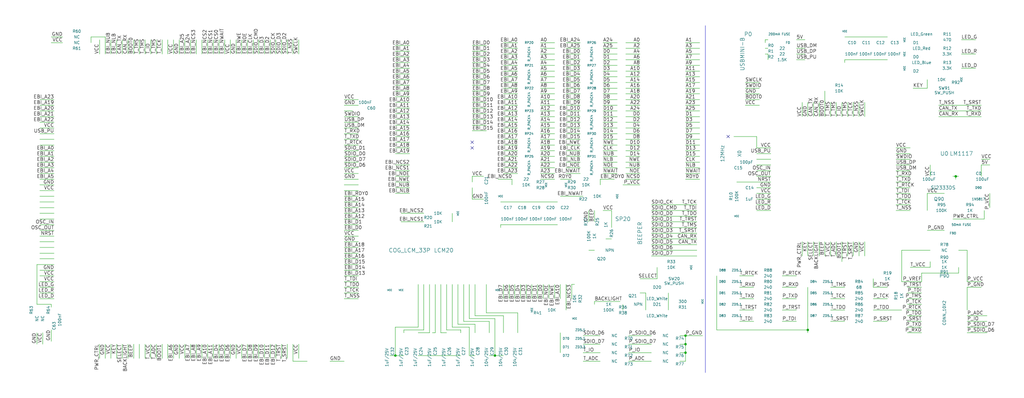
<source format=kicad_sch>
(kicad_sch (version 20230121) (generator eeschema)
  (paper "User" 457.2 177.8)
  (title_block (date "1 jul 2013"))
  (junction (at 306.07 157.48))
  (junction (at 306.07 153.67))
  (junction (at 306.07 149.86))
  (junction (at 426.72 78.74))
  (junction (at 360.68 147.32))
  (junction (at 220.98 158.75))
  (junction (at 176.53 158.75))
  (no_connect (at 210.82 66.04))
  (no_connect (at 325.12 60.96))
  (no_connect (at 210.82 63.5))
  (wire (pts (xy 123.19 17.78) (xy 123.19 24.13)))
  (wire (pts (xy 303.53 149.86) (xy 306.07 149.86)))
  (wire (pts (xy 279.4 62.23) (xy 285.75 62.23)))
  (wire (pts (xy 389.89 143.51) (xy 396.24 143.51)))
  (wire (pts (xy 279.4 41.91) (xy 285.75 41.91)))
  (wire (pts (xy 153.67 74.93) (xy 160.02 74.93)))
  (wire (pts (xy 241.3 19.05) (xy 247.65 19.05)))
  (wire (pts (xy 312.42 19.05) (xy 306.07 19.05)))
  (wire (pts (xy 342.9 24.13) (xy 341.63 24.13)))
  (wire (pts (xy 44.45 17.78) (xy 44.45 24.13)))
  (wire (pts (xy 241.3 67.31) (xy 247.65 67.31)))
  (wire (pts (xy 312.42 31.75) (xy 306.07 31.75)))
  (wire (pts (xy 414.02 39.37) (xy 407.67 39.37)))
  (wire (pts (xy 406.4 88.9) (xy 400.05 88.9)))
  (wire (pts (xy 153.67 59.69) (xy 160.02 59.69)))
  (wire (pts (xy 176.53 76.2) (xy 182.88 76.2)))
  (wire (pts (xy 330.2 128.27) (xy 336.55 128.27)))
  (wire (pts (xy 217.17 45.72) (xy 210.82 45.72)))
  (wire (pts (xy 17.78 97.79) (xy 24.13 97.79)))
  (wire (pts (xy 201.93 127) (xy 201.93 146.05)))
  (wire (pts (xy 311.15 104.14) (xy 290.83 104.14)))
  (wire (pts (xy 224.79 72.39) (xy 231.14 72.39)))
  (wire (pts (xy 54.61 153.67) (xy 54.61 160.02)))
  (wire (pts (xy 402.59 125.73) (xy 411.48 125.73)))
  (wire (pts (xy 306.07 149.86) (xy 306.07 153.67)))
  (wire (pts (xy 224.79 26.67) (xy 231.14 26.67)))
  (wire (pts (xy 279.4 57.15) (xy 285.75 57.15)))
  (wire (pts (xy 22.86 16.51) (xy 27.94 16.51)))
  (wire (pts (xy 72.39 153.67) (xy 72.39 160.02)))
  (wire (pts (xy 279.4 67.31) (xy 285.75 67.31)))
  (wire (pts (xy 312.42 36.83) (xy 306.07 36.83)))
  (wire (pts (xy 17.78 115.57) (xy 24.13 115.57)))
  (wire (pts (xy 212.09 148.59) (xy 212.09 144.78)))
  (wire (pts (xy 259.08 74.93) (xy 252.73 74.93)))
  (wire (pts (xy 439.42 97.79) (xy 425.45 97.79)))
  (wire (pts (xy 224.79 49.53) (xy 231.14 49.53)))
  (wire (pts (xy 241.3 24.13) (xy 247.65 24.13)))
  (wire (pts (xy 389.89 128.27) (xy 389.89 124.46)))
  (wire (pts (xy 406.4 78.74) (xy 400.05 78.74)))
  (wire (pts (xy 241.3 39.37) (xy 247.65 39.37)))
  (wire (pts (xy 153.67 72.39) (xy 160.02 72.39)))
  (wire (pts (xy 375.92 116.84) (xy 375.92 107.95)))
  (wire (pts (xy 312.42 29.21) (xy 306.07 29.21)))
  (wire (pts (xy 176.53 86.36) (xy 182.88 86.36)))
  (wire (pts (xy 267.97 82.55) (xy 267.97 80.01)))
  (wire (pts (xy 377.19 143.51) (xy 370.84 143.51)))
  (wire (pts (xy 153.67 118.11) (xy 160.02 118.11)))
  (wire (pts (xy 224.79 24.13) (xy 231.14 24.13)))
  (wire (pts (xy 17.78 125.73) (xy 24.13 125.73)))
  (wire (pts (xy 381 114.3) (xy 381 107.95)))
  (wire (pts (xy 337.82 73.66) (xy 344.17 73.66)))
  (wire (pts (xy 311.15 91.44) (xy 290.83 91.44)))
  (wire (pts (xy 426.72 80.01) (xy 426.72 78.74)))
  (wire (pts (xy 279.4 49.53) (xy 285.75 49.53)))
  (wire (pts (xy 17.78 80.01) (xy 24.13 80.01)))
  (wire (pts (xy 330.2 143.51) (xy 336.55 143.51)))
  (wire (pts (xy 77.47 17.78) (xy 77.47 24.13)))
  (wire (pts (xy 17.78 105.41) (xy 24.13 105.41)))
  (wire (pts (xy 312.42 34.29) (xy 306.07 34.29)))
  (wire (pts (xy 396.24 128.27) (xy 389.89 128.27)))
  (wire (pts (xy 176.53 66.04) (xy 182.88 66.04)))
  (wire (pts (xy 194.31 148.59) (xy 193.04 148.59)))
  (wire (pts (xy 406.4 91.44) (xy 400.05 91.44)))
  (wire (pts (xy 234.95 133.35) (xy 234.95 127)))
  (wire (pts (xy 337.82 86.36) (xy 344.17 86.36)))
  (wire (pts (xy 267.97 80.01) (xy 274.32 80.01)))
  (wire (pts (xy 279.4 26.67) (xy 285.75 26.67)))
  (wire (pts (xy 306.07 77.47) (xy 312.42 77.47)))
  (wire (pts (xy 312.42 24.13) (xy 306.07 24.13)))
  (wire (pts (xy 339.09 44.45) (xy 332.74 44.45)))
  (wire (pts (xy 113.03 153.67) (xy 113.03 160.02)))
  (wire (pts (xy 405.13 128.27) (xy 411.48 128.27)))
  (wire (pts (xy 224.79 69.85) (xy 231.14 69.85)))
  (wire (pts (xy 411.48 121.92) (xy 411.48 125.73)))
  (wire (pts (xy 224.79 158.75) (xy 220.98 158.75)))
  (wire (pts (xy 201.93 99.06) (xy 201.93 95.25)))
  (wire (pts (xy 312.42 67.31) (xy 306.07 67.31)))
  (wire (pts (xy 85.09 17.78) (xy 85.09 24.13)))
  (wire (pts (xy 259.08 26.67) (xy 252.73 26.67)))
  (wire (pts (xy 259.08 24.13) (xy 252.73 24.13)))
  (wire (pts (xy 224.79 148.59) (xy 224.79 140.97)))
  (wire (pts (xy 228.6 80.01) (xy 228.6 82.55)))
  (wire (pts (xy 217.17 139.7) (xy 231.14 139.7)))
  (wire (pts (xy 341.63 21.59) (xy 342.9 21.59)))
  (wire (pts (xy 17.78 123.19) (xy 24.13 123.19)))
  (wire (pts (xy 153.67 62.23) (xy 160.02 62.23)))
  (wire (pts (xy 17.78 57.15) (xy 24.13 57.15)))
  (wire (pts (xy 176.53 20.32) (xy 182.88 20.32)))
  (wire (pts (xy 279.4 46.99) (xy 285.75 46.99)))
  (wire (pts (xy 100.33 153.67) (xy 100.33 160.02)))
  (wire (pts (xy 224.79 19.05) (xy 231.14 19.05)))
  (wire (pts (xy 441.96 73.66) (xy 438.15 73.66)))
  (wire (pts (xy 415.29 119.38) (xy 415.29 116.84)))
  (wire (pts (xy 355.6 133.35) (xy 349.25 133.35)))
  (wire (pts (xy 337.82 60.96) (xy 327.66 60.96)))
  (wire (pts (xy 176.53 50.8) (xy 182.88 50.8)))
  (wire (pts (xy 153.67 133.35) (xy 160.02 133.35)))
  (wire (pts (xy 153.67 97.79) (xy 160.02 97.79)))
  (wire (pts (xy 17.78 102.87) (xy 24.13 102.87)))
  (wire (pts (xy 370.84 133.35) (xy 377.19 133.35)))
  (wire (pts (xy 260.35 153.67) (xy 267.97 153.67)))
  (wire (pts (xy 402.59 111.76) (xy 415.29 111.76)))
  (wire (pts (xy 120.65 17.78) (xy 120.65 24.13)))
  (wire (pts (xy 115.57 153.67) (xy 115.57 160.02)))
  (wire (pts (xy 209.55 146.05) (xy 209.55 158.75)))
  (wire (pts (xy 92.71 153.67) (xy 92.71 160.02)))
  (wire (pts (xy 405.13 130.81) (xy 411.48 130.81)))
  (wire (pts (xy 405.13 140.97) (xy 411.48 140.97)))
  (wire (pts (xy 241.3 49.53) (xy 247.65 49.53)))
  (wire (pts (xy 269.24 46.99) (xy 275.59 46.99)))
  (wire (pts (xy 62.23 153.67) (xy 62.23 160.02)))
  (wire (pts (xy 153.67 80.01) (xy 160.02 80.01)))
  (wire (pts (xy 330.2 138.43) (xy 336.55 138.43)))
  (wire (pts (xy 49.53 17.78) (xy 49.53 24.13)))
  (wire (pts (xy 406.4 68.58) (xy 400.05 68.58)))
  (wire (pts (xy 269.24 26.67) (xy 275.59 26.67)))
  (wire (pts (xy 179.07 95.25) (xy 189.23 95.25)))
  (wire (pts (xy 241.3 26.67) (xy 247.65 26.67)))
  (wire (pts (xy 176.53 25.4) (xy 182.88 25.4)))
  (wire (pts (xy 217.17 30.48) (xy 210.82 30.48)))
  (wire (pts (xy 224.79 57.15) (xy 231.14 57.15)))
  (wire (pts (xy 267.97 157.48) (xy 260.35 157.48)))
  (wire (pts (xy 337.82 88.9) (xy 344.17 88.9)))
  (wire (pts (xy 153.67 64.77) (xy 160.02 64.77)))
  (wire (pts (xy 279.4 39.37) (xy 285.75 39.37)))
  (wire (pts (xy 224.79 59.69) (xy 231.14 59.69)))
  (wire (pts (xy 438.15 73.66) (xy 438.15 78.74)))
  (wire (pts (xy 381 45.72) (xy 381 52.07)))
  (wire (pts (xy 269.24 57.15) (xy 275.59 57.15)))
  (wire (pts (xy 201.93 146.05) (xy 209.55 146.05)))
  (wire (pts (xy 80.01 153.67) (xy 80.01 160.02)))
  (wire (pts (xy 17.78 95.25) (xy 24.13 95.25)))
  (wire (pts (xy 405.13 133.35) (xy 411.48 133.35)))
  (wire (pts (xy 269.24 77.47) (xy 275.59 77.47)))
  (wire (pts (xy 231.14 139.7) (xy 231.14 148.59)))
  (wire (pts (xy 259.08 19.05) (xy 252.73 19.05)))
  (wire (pts (xy 232.41 133.35) (xy 232.41 127)))
  (wire (pts (xy 17.78 64.77) (xy 24.13 64.77)))
  (wire (pts (xy 337.82 83.82) (xy 344.17 83.82)))
  (wire (pts (xy 176.53 60.96) (xy 182.88 60.96)))
  (wire (pts (xy 102.87 153.67) (xy 102.87 160.02)))
  (wire (pts (xy 241.3 41.91) (xy 247.65 41.91)))
  (wire (pts (xy 402.59 111.76) (xy 402.59 125.73)))
  (wire (pts (xy 276.86 134.62) (xy 265.43 134.62)))
  (wire (pts (xy 153.67 100.33) (xy 160.02 100.33)))
  (wire (pts (xy 279.4 77.47) (xy 285.75 77.47)))
  (wire (pts (xy 59.69 17.78) (xy 59.69 24.13)))
  (wire (pts (xy 306.07 153.67) (xy 306.07 157.48)))
  (wire (pts (xy 269.24 54.61) (xy 275.59 54.61)))
  (wire (pts (xy 241.3 34.29) (xy 247.65 34.29)))
  (wire (pts (xy 224.79 67.31) (xy 231.14 67.31)))
  (wire (pts (xy 312.42 39.37) (xy 306.07 39.37)))
  (wire (pts (xy 259.08 44.45) (xy 252.73 44.45)))
  (wire (pts (xy 153.67 113.03) (xy 160.02 113.03)))
  (wire (pts (xy 118.11 153.67) (xy 118.11 160.02)))
  (wire (pts (xy 176.53 22.86) (xy 182.88 22.86)))
  (wire (pts (xy 17.78 85.09) (xy 24.13 85.09)))
  (wire (pts (xy 87.63 17.78) (xy 87.63 24.13)))
  (wire (pts (xy 438.15 49.53) (xy 419.1 49.53)))
  (wire (pts (xy 355.6 123.19) (xy 349.25 123.19)))
  (wire (pts (xy 186.69 146.05) (xy 186.69 127)))
  (wire (pts (xy 220.98 142.24) (xy 209.55 142.24)))
  (wire (pts (xy 311.15 96.52) (xy 290.83 96.52)))
  (wire (pts (xy 405.13 146.05) (xy 411.48 146.05)))
  (wire (pts (xy 17.78 72.39) (xy 24.13 72.39)))
  (wire (pts (xy 377.19 26.67) (xy 396.24 26.67)))
  (wire (pts (xy 269.24 44.45) (xy 275.59 44.45)))
  (wire (pts (xy 311.15 114.3) (xy 290.83 114.3)))
  (wire (pts (xy 17.78 113.03) (xy 24.13 113.03)))
  (wire (pts (xy 210.82 81.28) (xy 210.82 78.74)))
  (wire (pts (xy 306.07 161.29) (xy 303.53 161.29)))
  (wire (pts (xy 312.42 52.07) (xy 306.07 52.07)))
  (wire (pts (xy 241.3 72.39) (xy 247.65 72.39)))
  (wire (pts (xy 16.51 153.67) (xy 16.51 148.59)))
  (wire (pts (xy 224.79 52.07) (xy 231.14 52.07)))
  (wire (pts (xy 133.35 153.67) (xy 133.35 160.02)))
  (wire (pts (xy 17.78 133.35) (xy 24.13 133.35)))
  (wire (pts (xy 269.24 74.93) (xy 275.59 74.93)))
  (wire (pts (xy 217.17 127) (xy 217.17 139.7)))
  (wire (pts (xy 17.78 120.65) (xy 24.13 120.65)))
  (wire (pts (xy 414.02 86.36) (xy 414.02 93.98)))
  (wire (pts (xy 285.75 130.81) (xy 288.29 130.81)))
  (wire (pts (xy 176.53 27.94) (xy 182.88 27.94)))
  (wire (pts (xy 431.8 125.73) (xy 431.8 111.76)))
  (wire (pts (xy 406.4 83.82) (xy 400.05 83.82)))
  (wire (pts (xy 49.53 153.67) (xy 49.53 160.02)))
  (wire (pts (xy 269.24 34.29) (xy 275.59 34.29)))
  (wire (pts (xy 328.93 81.28) (xy 344.17 81.28)))
  (wire (pts (xy 229.87 133.35) (xy 229.87 127)))
  (wire (pts (xy 80.01 17.78) (xy 80.01 24.13)))
  (wire (pts (xy 199.39 147.32) (xy 205.74 147.32)))
  (wire (pts (xy 359.41 24.13) (xy 355.6 24.13)))
  (wire (pts (xy 153.67 110.49) (xy 160.02 110.49)))
  (wire (pts (xy 312.42 57.15) (xy 306.07 57.15)))
  (wire (pts (xy 259.08 69.85) (xy 252.73 69.85)))
  (wire (pts (xy 186.69 148.59) (xy 191.77 148.59)))
  (wire (pts (xy 90.17 153.67) (xy 90.17 160.02)))
  (wire (pts (xy 293.37 124.46) (xy 293.37 119.38)))
  (wire (pts (xy 280.67 149.86) (xy 290.83 149.86)))
  (wire (pts (xy 153.67 52.07) (xy 160.02 52.07)))
  (wire (pts (xy 341.63 19.05) (xy 341.63 17.78)))
  (wire (pts (xy 17.78 67.31) (xy 24.13 67.31)))
  (wire (pts (xy 105.41 153.67) (xy 105.41 160.02)))
  (wire (pts (xy 285.75 124.46) (xy 293.37 124.46)))
  (wire (pts (xy 176.53 33.02) (xy 182.88 33.02)))
  (wire (pts (xy 273.05 101.6) (xy 273.05 93.98)))
  (wire (pts (xy 269.24 69.85) (xy 275.59 69.85)))
  (wire (pts (xy 153.67 128.27) (xy 160.02 128.27)))
  (wire (pts (xy 17.78 92.71) (xy 24.13 92.71)))
  (wire (pts (xy 278.13 138.43) (xy 278.13 135.89)))
  (wire (pts (xy 17.78 74.93) (xy 24.13 74.93)))
  (wire (pts (xy 252.73 127) (xy 252.73 138.43)))
  (wire (pts (xy 440.69 143.51) (xy 431.8 143.51)))
  (wire (pts (xy 46.99 16.51) (xy 40.64 16.51)))
  (wire (pts (xy 153.67 105.41) (xy 160.02 105.41)))
  (wire (pts (xy 69.85 17.78) (xy 69.85 24.13)))
  (wire (pts (xy 17.78 87.63) (xy 24.13 87.63)))
  (wire (pts (xy 311.15 111.76) (xy 290.83 111.76)))
  (wire (pts (xy 217.17 55.88) (xy 210.82 55.88)))
  (wire (pts (xy 240.03 133.35) (xy 240.03 127)))
  (wire (pts (xy 411.48 121.92) (xy 427.99 121.92)))
  (wire (pts (xy 383.54 114.3) (xy 383.54 107.95)))
  (wire (pts (xy 176.53 78.74) (xy 182.88 78.74)))
  (wire (pts (xy 360.68 147.32) (xy 320.04 147.32)))
  (wire (pts (xy 176.53 43.18) (xy 182.88 43.18)))
  (wire (pts (xy 57.15 153.67) (xy 57.15 160.02)))
  (wire (pts (xy 176.53 48.26) (xy 182.88 48.26)))
  (wire (pts (xy 107.95 17.78) (xy 107.95 24.13)))
  (wire (pts (xy 370.84 138.43) (xy 377.19 138.43)))
  (wire (pts (xy 224.79 74.93) (xy 231.14 74.93)))
  (wire (pts (xy 269.24 93.98) (xy 273.05 93.98)))
  (wire (pts (xy 303.53 153.67) (xy 306.07 153.67)))
  (wire (pts (xy 269.24 41.91) (xy 275.59 41.91)))
  (wire (pts (xy 224.79 64.77) (xy 231.14 64.77)))
  (wire (pts (xy 344.17 78.74) (xy 337.82 78.74)))
  (wire (pts (xy 402.59 138.43) (xy 389.89 138.43)))
  (wire (pts (xy 255.27 127) (xy 255.27 133.35)))
  (wire (pts (xy 298.45 130.81) (xy 298.45 138.43)))
  (wire (pts (xy 176.53 68.58) (xy 182.88 68.58)))
  (wire (pts (xy 250.19 133.35) (xy 250.19 127)))
  (wire (pts (xy 259.08 72.39) (xy 252.73 72.39)))
  (wire (pts (xy 241.3 59.69) (xy 247.65 59.69)))
  (wire (pts (xy 115.57 17.78) (xy 115.57 24.13)))
  (wire (pts (xy 82.55 17.78) (xy 82.55 24.13)))
  (wire (pts (xy 210.82 88.9) (xy 215.9 88.9)))
  (wire (pts (xy 153.67 125.73) (xy 160.02 125.73)))
  (wire (pts (xy 224.79 54.61) (xy 231.14 54.61)))
  (wire (pts (xy 280.67 153.67) (xy 290.83 153.67)))
  (wire (pts (xy 92.71 17.78) (xy 92.71 24.13)))
  (wire (pts (xy 312.42 74.93) (xy 306.07 74.93)))
  (wire (pts (xy 153.67 46.99) (xy 160.02 46.99)))
  (wire (pts (xy 74.93 17.78) (xy 74.93 24.13)))
  (wire (pts (xy 95.25 17.78) (xy 95.25 24.13)))
  (wire (pts (xy 128.27 17.78) (xy 128.27 24.13)))
  (wire (pts (xy 279.4 29.21) (xy 285.75 29.21)))
  (wire (pts (xy 241.3 80.01) (xy 247.65 80.01)))
  (wire (pts (xy 337.82 66.04) (xy 344.17 66.04)))
  (wire (pts (xy 123.19 153.67) (xy 123.19 160.02)))
  (wire (pts (xy 426.72 78.74) (xy 427.99 78.74)))
  (wire (pts (xy 69.85 153.67) (xy 69.85 160.02)))
  (wire (pts (xy 153.67 82.55) (xy 160.02 82.55)))
  (wire (pts (xy 278.13 82.55) (xy 285.75 82.55)))
  (wire (pts (xy 125.73 17.78) (xy 125.73 24.13)))
  (wire (pts (xy 250.19 80.01) (xy 255.27 80.01)))
  (wire (pts (xy 17.78 82.55) (xy 24.13 82.55)))
  (wire (pts (xy 438.15 46.99) (xy 419.1 46.99)))
  (wire (pts (xy 279.4 59.69) (xy 285.75 59.69)))
  (wire (pts (xy 224.79 29.21) (xy 231.14 29.21)))
  (wire (pts (xy 153.67 49.53) (xy 157.48 49.53)))
  (wire (pts (xy 97.79 17.78) (xy 97.79 24.13)))
  (wire (pts (xy 406.4 71.12) (xy 400.05 71.12)))
  (wire (pts (xy 40.64 16.51) (xy 40.64 19.05)))
  (wire (pts (xy 46.99 24.13) (xy 46.99 16.51)))
  (wire (pts (xy 153.67 69.85) (xy 160.02 69.85)))
  (wire (pts (xy 153.67 115.57) (xy 160.02 115.57)))
  (wire (pts (xy 312.42 44.45) (xy 306.07 44.45)))
  (wire (pts (xy 217.17 25.4) (xy 210.82 25.4)))
  (wire (pts (xy 180.34 147.32) (xy 180.34 148.59)))
  (wire (pts (xy 125.73 153.67) (xy 125.73 160.02)))
  (wire (pts (xy 341.63 17.78) (xy 342.9 17.78)))
  (wire (pts (xy 17.78 130.81) (xy 24.13 130.81)))
  (wire (pts (xy 269.24 31.75) (xy 275.59 31.75)))
  (wire (pts (xy 306.07 157.48) (xy 306.07 161.29)))
  (wire (pts (xy 77.47 153.67) (xy 77.47 160.02)))
  (wire (pts (xy 311.15 93.98) (xy 290.83 93.98)))
  (wire (pts (xy 405.13 138.43) (xy 411.48 138.43)))
  (wire (pts (xy 312.42 62.23) (xy 306.07 62.23)))
  (wire (pts (xy 378.46 45.72) (xy 378.46 52.07)))
  (wire (pts (xy 269.24 19.05) (xy 275.59 19.05)))
  (wire (pts (xy 359.41 21.59) (xy 355.6 21.59)))
  (wire (pts (xy 269.24 59.69) (xy 275.59 59.69)))
  (wire (pts (xy 176.53 30.48) (xy 182.88 30.48)))
  (wire (pts (xy 342.9 26.67) (xy 342.9 24.13)))
  (wire (pts (xy 431.8 111.76) (xy 427.99 111.76)))
  (wire (pts (xy 365.76 114.3) (xy 365.76 107.95)))
  (wire (pts (xy 370.84 128.27) (xy 377.19 128.27)))
  (wire (pts (xy 259.08 46.99) (xy 252.73 46.99)))
  (wire (pts (xy 44.45 153.67) (xy 44.45 160.02)))
  (wire (pts (xy 209.55 158.75) (xy 212.09 158.75)))
  (wire (pts (xy 130.81 17.78) (xy 130.81 24.13)))
  (wire (pts (xy 17.78 69.85) (xy 24.13 69.85)))
  (wire (pts (xy 265.43 93.98) (xy 265.43 99.06)))
  (wire (pts (xy 17.78 128.27) (xy 24.13 128.27)))
  (wire (pts (xy 217.17 43.18) (xy 210.82 43.18)))
  (wire (pts (xy 57.15 17.78) (xy 57.15 24.13)))
  (wire (pts (xy 22.86 152.4) (xy 22.86 147.32)))
  (wire (pts (xy 128.27 153.67) (xy 128.27 160.02)))
  (wire (pts (xy 279.4 21.59) (xy 285.75 21.59)))
  (wire (pts (xy 87.63 153.67) (xy 87.63 160.02)))
  (wire (pts (xy 176.53 40.64) (xy 182.88 40.64)))
  (wire (pts (xy 373.38 45.72) (xy 373.38 52.07)))
  (wire (pts (xy 118.11 17.78) (xy 118.11 24.13)))
  (wire (pts (xy 330.2 133.35) (xy 336.55 133.35)))
  (wire (pts (xy 194.31 127) (xy 194.31 148.59)))
  (wire (pts (xy 217.17 22.86) (xy 210.82 22.86)))
  (wire (pts (xy 85.09 153.67) (xy 85.09 160.02)))
  (wire (pts (xy 224.79 34.29) (xy 231.14 34.29)))
  (wire (pts (xy 17.78 77.47) (xy 24.13 77.47)))
  (wire (pts (xy 421.64 86.36) (xy 414.02 86.36)))
  (wire (pts (xy 176.53 55.88) (xy 182.88 55.88)))
  (wire (pts (xy 241.3 64.77) (xy 247.65 64.77)))
  (wire (pts (xy 237.49 133.35) (xy 237.49 127)))
  (wire (pts (xy 259.08 62.23) (xy 252.73 62.23)))
  (wire (pts (xy 337.82 93.98) (xy 344.17 93.98)))
  (wire (pts (xy 259.08 57.15) (xy 252.73 57.15)))
  (wire (pts (xy 207.01 127) (xy 207.01 143.51)))
  (wire (pts (xy 212.09 140.97) (xy 212.09 127)))
  (wire (pts (xy 241.3 36.83) (xy 247.65 36.83)))
  (wire (pts (xy 279.4 54.61) (xy 285.75 54.61)))
  (wire (pts (xy 196.85 148.59) (xy 196.85 127)))
  (wire (pts (xy 269.24 21.59) (xy 275.59 21.59)))
  (wire (pts (xy 269.24 39.37) (xy 275.59 39.37)))
  (wire (pts (xy 227.33 133.35) (xy 227.33 127)))
  (wire (pts (xy 288.29 130.81) (xy 288.29 138.43)))
  (wire (pts (xy 199.39 148.59) (xy 196.85 148.59)))
  (wire (pts (xy 247.65 133.35) (xy 247.65 127)))
  (wire (pts (xy 17.78 49.53) (xy 24.13 49.53)))
  (wire (pts (xy 241.3 69.85) (xy 247.65 69.85)))
  (wire (pts (xy 406.4 86.36) (xy 400.05 86.36)))
  (wire (pts (xy 435.61 17.78) (xy 429.26 17.78)))
  (wire (pts (xy 241.3 74.93) (xy 247.65 74.93)))
  (wire (pts (xy 405.13 135.89) (xy 411.48 135.89)))
  (wire (pts (xy 269.24 36.83) (xy 275.59 36.83)))
  (wire (pts (xy 176.53 158.75) (xy 173.99 158.75)))
  (wire (pts (xy 224.79 39.37) (xy 231.14 39.37)))
  (wire (pts (xy 153.67 123.19) (xy 160.02 123.19)))
  (wire (pts (xy 241.3 46.99) (xy 247.65 46.99)))
  (wire (pts (xy 336.55 123.19) (xy 330.2 123.19)))
  (wire (pts (xy 414.02 102.87) (xy 421.64 102.87)))
  (wire (pts (xy 153.67 90.17) (xy 160.02 90.17)))
  (wire (pts (xy 259.08 39.37) (xy 252.73 39.37)))
  (wire (pts (xy 405.13 143.51) (xy 411.48 143.51)))
  (wire (pts (xy 370.84 45.72) (xy 370.84 52.07)))
  (wire (pts (xy 431.8 128.27) (xy 438.15 128.27)))
  (wire (pts (xy 363.22 45.72) (xy 363.22 52.07)))
  (wire (pts (xy 360.68 114.3) (xy 360.68 107.95)))
  (wire (pts (xy 64.77 153.67) (xy 64.77 160.02)))
  (wire (pts (xy 16.51 135.89) (xy 22.86 135.89)))
  (wire (pts (xy 383.54 52.07) (xy 383.54 45.72)))
  (wire (pts (xy 176.53 81.28) (xy 182.88 81.28)))
  (wire (pts (xy 223.52 90.17) (xy 248.92 90.17)))
  (wire (pts (xy 64.77 17.78) (xy 64.77 24.13)))
  (wire (pts (xy 16.51 118.11) (xy 16.51 135.89)))
  (wire (pts (xy 130.81 153.67) (xy 130.81 161.29)))
  (wire (pts (xy 153.67 67.31) (xy 160.02 67.31)))
  (wire (pts (xy 218.44 143.51) (xy 218.44 148.59)))
  (wire (pts (xy 82.55 153.67) (xy 82.55 160.02)))
  (wire (pts (xy 176.53 83.82) (xy 182.88 83.82)))
  (wire (pts (xy 97.79 153.67) (xy 97.79 160.02)))
  (wire (pts (xy 245.11 133.35) (xy 245.11 127)))
  (wire (pts (xy 339.09 41.91) (xy 332.74 41.91)))
  (wire (pts (xy 441.96 71.12) (xy 438.15 71.12)))
  (wire (pts (xy 259.08 21.59) (xy 252.73 21.59)))
  (wire (pts (xy 279.4 72.39) (xy 285.75 72.39)))
  (wire (pts (xy 312.42 26.67) (xy 306.07 26.67)))
  (wire (pts (xy 217.17 38.1) (xy 210.82 38.1)))
  (wire (pts (xy 153.67 54.61) (xy 160.02 54.61)))
  (wire (pts (xy 431.8 128.27) (xy 431.8 138.43)))
  (wire (pts (xy 339.09 36.83) (xy 332.74 36.83)))
  (wire (pts (xy 280.67 161.29) (xy 290.83 161.29)))
  (wire (pts (xy 259.08 52.07) (xy 252.73 52.07)))
  (wire (pts (xy 373.38 114.3) (xy 373.38 107.95)))
  (wire (pts (xy 425.45 78.74) (xy 426.72 78.74)))
  (wire (pts (xy 241.3 29.21) (xy 247.65 29.21)))
  (wire (pts (xy 279.4 44.45) (xy 285.75 44.45)))
  (wire (pts (xy 269.24 52.07) (xy 275.59 52.07)))
  (wire (pts (xy 312.42 59.69) (xy 306.07 59.69)))
  (wire (pts (xy 217.17 20.32) (xy 210.82 20.32)))
  (wire (pts (xy 17.78 52.07) (xy 24.13 52.07)))
  (wire (pts (xy 259.08 34.29) (xy 252.73 34.29)))
  (wire (pts (xy 241.3 44.45) (xy 247.65 44.45)))
  (wire (pts (xy 224.79 140.97) (xy 212.09 140.97)))
  (wire (pts (xy 337.82 60.96) (xy 337.82 66.04)))
  (wire (pts (xy 279.4 19.05) (xy 285.75 19.05)))
  (wire (pts (xy 16.51 118.11) (xy 24.13 118.11)))
  (wire (pts (xy 259.08 54.61) (xy 252.73 54.61)))
  (wire (pts (xy 217.17 35.56) (xy 210.82 35.56)))
  (wire (pts (xy 406.4 73.66) (xy 400.05 73.66)))
  (wire (pts (xy 217.17 48.26) (xy 210.82 48.26)))
  (wire (pts (xy 62.23 17.78) (xy 62.23 24.13)))
  (wire (pts (xy 370.84 114.3) (xy 370.84 107.95)))
  (wire (pts (xy 440.69 146.05) (xy 431.8 146.05)))
  (wire (pts (xy 223.52 101.6) (xy 223.52 100.33)))
  (wire (pts (xy 120.65 153.67) (xy 120.65 160.02)))
  (wire (pts (xy 176.53 53.34) (xy 182.88 53.34)))
  (wire (pts (xy 415.29 73.66) (xy 415.29 78.74)))
  (wire (pts (xy 438.15 125.73) (xy 431.8 125.73)))
  (wire (pts (xy 217.17 33.02) (xy 210.82 33.02)))
  (wire (pts (xy 269.24 29.21) (xy 275.59 29.21)))
  (wire (pts (xy 312.42 21.59) (xy 306.07 21.59)))
  (wire (pts (xy 242.57 133.35) (xy 242.57 127)))
  (wire (pts (xy 17.78 59.69) (xy 24.13 59.69)))
  (wire (pts (xy 176.53 63.5) (xy 182.88 63.5)))
  (wire (pts (xy 153.67 87.63) (xy 160.02 87.63)))
  (wire (pts (xy 435.61 30.48) (xy 429.26 30.48)))
  (polyline (pts (xy 314.96 11.43) (xy 314.96 166.37)))
  (wire (pts (xy 355.6 138.43) (xy 349.25 138.43)))
  (wire (pts (xy 386.08 45.72) (xy 386.08 52.07)))
  (wire (pts (xy 259.08 36.83) (xy 252.73 36.83)))
  (wire (pts (xy 110.49 17.78) (xy 110.49 24.13)))
  (wire (pts (xy 153.67 92.71) (xy 160.02 92.71)))
  (wire (pts (xy 269.24 24.13) (xy 275.59 24.13)))
  (wire (pts (xy 224.79 21.59) (xy 231.14 21.59)))
  (wire (pts (xy 273.05 106.68) (xy 270.51 106.68)))
  (wire (pts (xy 153.67 77.47) (xy 160.02 77.47)))
  (wire (pts (xy 279.4 52.07) (xy 285.75 52.07)))
  (wire (pts (xy 17.78 100.33) (xy 24.13 100.33)))
  (wire (pts (xy 435.61 24.13) (xy 429.26 24.13)))
  (wire (pts (xy 406.4 93.98) (xy 400.05 93.98)))
  (wire (pts (xy 414.02 35.56) (xy 414.02 39.37)))
  (wire (pts (xy 204.47 144.78) (xy 204.47 127)))
  (wire (pts (xy 67.31 153.67) (xy 67.31 160.02)))
  (wire (pts (xy 306.07 149.86) (xy 313.69 149.86)))
  (wire (pts (xy 349.25 143.51) (xy 355.6 143.51)))
  (wire (pts (xy 17.78 110.49) (xy 24.13 110.49)))
  (wire (pts (xy 180.34 158.75) (xy 176.53 158.75)))
  (wire (pts (xy 205.74 147.32) (xy 205.74 148.59)))
  (wire (pts (xy 17.78 107.95) (xy 24.13 107.95)))
  (wire (pts (xy 241.3 62.23) (xy 247.65 62.23)))
  (wire (pts (xy 279.4 24.13) (xy 285.75 24.13)))
  (wire (pts (xy 406.4 119.38) (xy 415.29 119.38)))
  (wire (pts (xy 130.81 161.29) (xy 137.16 161.29)))
  (wire (pts (xy 241.3 21.59) (xy 247.65 21.59)))
  (wire (pts (xy 440.69 148.59) (xy 431.8 148.59)))
  (wire (pts (xy 419.1 52.07) (xy 438.15 52.07)))
  (wire (pts (xy 110.49 153.67) (xy 110.49 160.02)))
  (wire (pts (xy 386.08 114.3) (xy 386.08 107.95)))
  (wire (pts (xy 311.15 109.22) (xy 290.83 109.22)))
  (wire (pts (xy 265.43 111.76) (xy 262.89 111.76)))
  (wire (pts (xy 267.97 149.86) (xy 260.35 149.86)))
  (wire (pts (xy 176.53 73.66) (xy 182.88 73.66)))
  (wire (pts (xy 113.03 17.78) (xy 113.03 24.13)))
  (wire (pts (xy 262.89 93.98) (xy 262.89 99.06)))
  (wire (pts (xy 222.25 80.01) (xy 228.6 80.01)))
  (wire (pts (xy 279.4 34.29) (xy 285.75 34.29)))
  (wire (pts (xy 265.43 134.62) (xy 265.43 135.89)))
  (wire (pts (xy 223.52 100.33) (xy 248.92 100.33)))
  (wire (pts (xy 406.4 66.04) (xy 400.05 66.04)))
  (wire (pts (xy 359.41 26.67) (xy 355.6 26.67)))
  (wire (pts (xy 52.07 153.67) (xy 52.07 160.02)))
  (wire (pts (xy 179.07 99.06) (xy 189.23 99.06)))
  (wire (pts (xy 306.07 157.48) (xy 303.53 157.48)))
  (wire (pts (xy 360.68 128.27) (xy 360.68 147.32)))
  (wire (pts (xy 224.79 31.75) (xy 231.14 31.75)))
  (wire (pts (xy 241.3 54.61) (xy 247.65 54.61)))
  (wire (pts (xy 217.17 53.34) (xy 210.82 53.34)))
  (wire (pts (xy 311.15 101.6) (xy 290.83 101.6)))
  (wire (pts (xy 279.4 64.77) (xy 285.75 64.77)))
  (wire (pts (xy 147.32 161.29) (xy 153.67 161.29)))
  (wire (pts (xy 176.53 158.75) (xy 176.53 146.05)))
  (wire (pts (xy 220.98 158.75) (xy 220.98 142.24)))
  (wire (pts (xy 176.53 146.05) (xy 186.69 146.05)))
  (wire (pts (xy 224.79 133.35) (xy 224.79 127)))
  (wire (pts (xy 339.09 46.99) (xy 332.74 46.99)))
  (wire (pts (xy 217.17 40.64) (xy 210.82 40.64)))
  (wire (pts (xy 311.15 106.68) (xy 290.83 106.68)))
  (wire (pts (xy 312.42 72.39) (xy 306.07 72.39)))
  (wire (pts (xy 176.53 45.72) (xy 182.88 45.72)))
  (wire (pts (xy 22.86 19.05) (xy 27.94 19.05)))
  (wire (pts (xy 52.07 17.78) (xy 52.07 24.13)))
  (wire (pts (xy 368.3 114.3) (xy 368.3 107.95)))
  (wire (pts (xy 220.98 158.75) (xy 218.44 158.75)))
  (wire (pts (xy 259.08 49.53) (xy 252.73 49.53)))
  (wire (pts (xy 17.78 44.45) (xy 24.13 44.45)))
  (wire (pts (xy 405.13 148.59) (xy 411.48 148.59)))
  (wire (pts (xy 241.3 52.07) (xy 247.65 52.07)))
  (wire (pts (xy 312.42 64.77) (xy 306.07 64.77)))
  (wire (pts (xy 210.82 83.82) (xy 210.82 88.9)))
  (wire (pts (xy 312.42 69.85) (xy 306.07 69.85)))
  (wire (pts (xy 440.69 140.97) (xy 431.8 140.97)))
  (wire (pts (xy 337.82 68.58) (xy 344.17 68.58)))
  (wire (pts (xy 241.3 57.15) (xy 247.65 57.15)))
  (wire (pts (xy 360.68 148.59) (xy 360.68 147.32)))
  (wire (pts (xy 312.42 80.01) (xy 306.07 80.01)))
  (wire (pts (xy 209.55 142.24) (xy 209.55 127)))
  (wire (pts (xy 256.54 127) (xy 255.27 127)))
  (wire (pts (xy 359.41 17.78) (xy 355.6 17.78)))
  (wire (pts (xy 259.08 29.21) (xy 252.73 29.21)))
  (wire (pts (xy 176.53 38.1) (xy 182.88 38.1)))
  (wire (pts (xy 378.46 114.3) (xy 378.46 107.95)))
  (wire (pts (xy 363.22 114.3) (xy 363.22 107.95)))
  (wire (pts (xy 339.09 39.37) (xy 332.74 39.37)))
  (wire (pts (xy 102.87 17.78) (xy 102.87 24.13)))
  (wire (pts (xy 439.42 93.98) (xy 439.42 97.79)))
  (wire (pts (xy 269.24 64.77) (xy 275.59 64.77)))
  (wire (pts (xy 312.42 54.61) (xy 306.07 54.61)))
  (wire (pts (xy 241.3 77.47) (xy 247.65 77.47)))
  (wire (pts (xy 105.41 17.78) (xy 105.41 24.13)))
  (wire (pts (xy 337.82 91.44) (xy 344.17 91.44)))
  (wire (pts (xy 224.79 36.83) (xy 231.14 36.83)))
  (wire (pts (xy 95.25 153.67) (xy 95.25 160.02)))
  (wire (pts (xy 377.19 16.51) (xy 396.24 16.51)))
  (wire (pts (xy 427.99 121.92) (xy 427.99 119.38)))
  (wire (pts (xy 217.17 58.42) (xy 210.82 58.42)))
  (wire (pts (xy 375.92 52.07) (xy 375.92 45.72)))
  (wire (pts (xy 224.79 41.91) (xy 231.14 41.91)))
  (wire (pts (xy 191.77 148.59) (xy 191.77 127)))
  (wire (pts (xy 320.04 123.19) (xy 320.04 147.32)))
  (wire (pts (xy 224.79 77.47) (xy 231.14 77.47)))
  (wire (pts (xy 133.35 17.78) (xy 133.35 24.13)))
  (wire (pts (xy 107.95 153.67) (xy 107.95 160.02)))
  (wire (pts (xy 269.24 49.53) (xy 275.59 49.53)))
  (wire (pts (xy 67.31 17.78) (xy 67.31 24.13)))
  (wire (pts (xy 377.19 26.67) (xy 377.19 27.94)))
  (wire (pts (xy 186.69 158.75) (xy 205.74 158.75)))
  (wire (pts (xy 212.09 144.78) (xy 204.47 144.78)))
  (wire (pts (xy 189.23 147.32) (xy 180.34 147.32)))
  (wire (pts (xy 406.4 81.28) (xy 400.05 81.28)))
  (wire (pts (xy 280.67 157.48) (xy 290.83 157.48)))
  (wire (pts (xy 153.67 102.87) (xy 160.02 102.87)))
  (wire (pts (xy 224.79 62.23) (xy 231.14 62.23)))
  (wire (pts (xy 19.05 153.67) (xy 19.05 148.59)))
  (wire (pts (xy 250.19 87.63) (xy 260.35 87.63)))
  (wire (pts (xy 224.79 44.45) (xy 231.14 44.45)))
  (wire (pts (xy 269.24 72.39) (xy 275.59 72.39)))
  (wire (pts (xy 74.93 153.67) (xy 74.93 160.02)))
  (wire (pts (xy 406.4 76.2) (xy 400.05 76.2)))
  (wire (pts (xy 344.17 76.2) (xy 337.82 76.2)))
  (wire (pts (xy 259.08 67.31) (xy 252.73 67.31)))
  (wire (pts (xy 153.67 95.25) (xy 160.02 95.25)))
  (wire (pts (xy 279.4 80.01) (xy 285.75 80.01)))
  (wire (pts (xy 360.68 45.72) (xy 360.68 52.07)))
  (wire (pts (xy 279.4 69.85) (xy 285.75 69.85)))
  (wire (pts (xy 90.17 17.78) (xy 90.17 24.13)))
  (wire (pts (xy 176.53 58.42) (xy 182.88 58.42)))
  (wire (pts (xy 217.17 27.94) (xy 210.82 27.94)))
  (wire (pts (xy 259.08 59.69) (xy 252.73 59.69)))
  (wire (pts (xy 176.53 35.56) (xy 182.88 35.56)))
  (wire (pts (xy 312.42 49.53) (xy 306.07 49.53)))
  (wire (pts (xy 224.79 46.99) (xy 231.14 46.99)))
  (wire (pts (xy 368.3 52.07) (xy 368.3 40.64)))
  (wire (pts (xy 207.01 143.51) (xy 218.44 143.51)))
  (wire (pts (xy 279.4 74.93) (xy 285.75 74.93)))
  (wire (pts (xy 241.3 31.75) (xy 247.65 31.75)))
  (wire (pts (xy 260.35 161.29) (xy 267.97 161.29)))
  (wire (pts (xy 441.96 92.71) (xy 441.96 86.36)))
  (wire (pts (xy 17.78 46.99) (xy 24.13 46.99)))
  (wire (pts (xy 250.19 148.59) (xy 250.19 157.48)))
  (wire (pts (xy 153.67 107.95) (xy 160.02 107.95)))
  (wire (pts (xy 54.61 17.78) (xy 54.61 24.13)))
  (wire (pts (xy 153.67 120.65) (xy 160.02 120.65)))
  (wire (pts (xy 358.14 114.3) (xy 358.14 107.95)))
  (wire (pts (xy 269.24 67.31) (xy 275.59 67.31)))
  (wire (pts (xy 269.24 62.23) (xy 275.59 62.23)))
  (wire (pts (xy 252.73 77.47) (xy 259.08 77.47)))
  (wire (pts (xy 153.67 85.09) (xy 160.02 85.09)))
  (wire (pts (xy 312.42 41.91) (xy 306.07 41.91)))
  (wire (pts (xy 46.99 153.67) (xy 46.99 160.02)))
  (wire (pts (xy 17.78 90.17) (xy 24.13 90.17)))
  (wire (pts (xy 259.08 64.77) (xy 252.73 64.77)))
  (wire (pts (xy 153.67 130.81) (xy 160.02 130.81)))
  (wire (pts (xy 311.15 99.06) (xy 290.83 99.06)))
  (wire (pts (xy 153.67 44.45) (xy 160.02 44.45)))
  (wire (pts (xy 17.78 54.61) (xy 24.13 54.61)))
  (wire (pts (xy 59.69 153.67) (xy 59.69 160.02)))
  (wire (pts (xy 210.82 78.74) (xy 215.9 78.74)))
  (wire (pts (xy 217.17 50.8) (xy 210.82 50.8)))
  (wire (pts (xy 312.42 46.99) (xy 306.07 46.99)))
  (wire (pts (xy 279.4 36.83) (xy 285.75 36.83)))
  (wire (pts (xy 337.82 71.12) (xy 344.17 71.12)))
  (wire (pts (xy 153.67 57.15) (xy 160.02 57.15)))
  (wire (pts (xy 17.78 62.23) (xy 24.13 62.23)))
  (wire (pts (xy 259.08 41.91) (xy 252.73 41.91)))
  (wire (pts (xy 365.76 45.72) (xy 365.76 52.07)))
  (wire (pts (xy 199.39 127) (xy 199.39 147.32)))
  (wire (pts (xy 355.6 128.27) (xy 349.25 128.27)))
  (wire (pts (xy 396.24 133.35) (xy 389.89 133.35)))
  (wire (pts (xy 22.86 135.89) (xy 22.86 137.16)))
  (wire (pts (xy 72.39 17.78) (xy 72.39 24.13)))
  (wire (pts (xy 259.08 31.75) (xy 252.73 31.75)))
  (wire (pts (xy 189.23 127) (xy 189.23 147.32)))
  (wire (pts (xy 279.4 31.75) (xy 285.75 31.75)))
  (wire (pts (xy 358.14 45.72) (xy 358.14 52.07)))
  (wire (pts (xy 100.33 17.78) (xy 100.33 24.13)))
  (label "SDIO_D7" (at 153.67 72.39 0) (effects (font (size 1.524 1.524))))
  (label "A12" (at 285.75 34.29 180) (effects (font (size 1.524 1.524))))
  (label "USB_DM" (at 400.05 76.2 0) (effects (font (size 1.524 1.524))))
  (label "P_VCC" (at 285.75 82.55 180) (effects (font (size 1.524 1.524))))
  (label "SDIO_D0" (at 290.83 96.52 0) (effects (font (size 1.524 1.524))))
  (label "VCC" (at 153.67 77.47 0) (effects (font (size 1.524 1.524))))
  (label "VCC" (at 415.29 78.74 90) (effects (font (size 1.524 1.524))))
  (label "T_TCK" (at 72.39 24.13 90) (effects (font (size 1.524 1.524))))
  (label "EBI_NWAIT" (at 260.35 87.63 180) (effects (font (size 1.524 1.524))))
  (label "T_RXD" (at 153.67 59.69 0) (effects (font (size 1.524 1.524))))
  (label "EBI_D12" (at 210.82 50.8 0) (effects (font (size 1.524 1.524))))
  (label "GND" (at 262.89 99.06 90) (effects (font (size 1.524 1.524))))
  (label "EBI_NWAIT" (at 259.08 77.47 180) (effects (font (size 1.524 1.524))))
  (label "SDIO_D1" (at 290.83 99.06 0) (effects (font (size 1.524 1.524))))
  (label "EBI_A2" (at 231.14 24.13 180) (effects (font (size 1.524 1.524))))
  (label "P_VCC" (at 431.8 125.73 0) (effects (font (size 1.524 1.524))))
  (label "EBI_D0" (at 242.57 127 270) (effects (font (size 1.524 1.524))))
  (label "EBI_D5" (at 100.33 153.67 270) (effects (font (size 1.524 1.524))))
  (label "OSC_IN" (at 344.17 76.2 180) (effects (font (size 1.524 1.524))))
  (label "EBI_A15" (at 182.88 58.42 180) (effects (font (size 1.524 1.524))))
  (label "EBI_D14" (at 153.67 120.65 0) (effects (font (size 1.524 1.524))))
  (label "EBI_NCS1" (at 189.23 99.06 180) (effects (font (size 1.524 1.524))))
  (label "NUB" (at 285.75 74.93 180) (effects (font (size 1.524 1.524))))
  (label "LED_R" (at 24.13 130.81 180) (effects (font (size 1.524 1.524))))
  (label "SDIO_D2" (at 290.83 101.6 0) (effects (font (size 1.524 1.524))))
  (label "P_TRST" (at 411.48 128.27 180) (effects (font (size 1.524 1.524))))
  (label "VCC" (at 153.67 44.45 0) (effects (font (size 1.524 1.524))))
  (label "EBI_A19" (at 182.88 68.58 180) (effects (font (size 1.524 1.524))))
  (label "D15" (at 306.07 69.85 0) (effects (font (size 1.524 1.524))))
  (label "A22" (at 241.3 74.93 0) (effects (font (size 1.524 1.524))))
  (label "T_IO" (at 67.31 24.13 90) (effects (font (size 1.524 1.524))))
  (label "EBI_D4" (at 97.79 153.67 270) (effects (font (size 1.524 1.524))))
  (label "EBI_NCS2" (at 92.71 24.13 90) (effects (font (size 1.524 1.524))))
  (label "USB_DM" (at 355.6 21.59 0) (effects (font (size 1.524 1.524))))
  (label "A17" (at 241.3 62.23 0) (effects (font (size 1.524 1.524))))
  (label "EBI_A24" (at 259.08 19.05 180) (effects (font (size 1.524 1.524))))
  (label "P_TDI" (at 411.48 130.81 180) (effects (font (size 1.524 1.524))))
  (label "BEEP" (at 265.43 99.06 90) (effects (font (size 1.524 1.524))))
  (label "A9" (at 306.07 29.21 0) (effects (font (size 1.524 1.524))))
  (label "EBI_NUB" (at 259.08 69.85 180) (effects (font (size 1.524 1.524))))
  (label "EBI_A4" (at 182.88 30.48 180) (effects (font (size 1.524 1.524))))
  (label "T_NSS" (at 383.54 52.07 90) (effects (font (size 1.524 1.524))))
  (label "EBI_A7" (at 182.88 38.1 180) (effects (font (size 1.524 1.524))))
  (label "USB_DM" (at 153.67 57.15 0) (effects (font (size 1.524 1.524))))
  (label "EBI_NOE" (at 259.08 74.93 180) (effects (font (size 1.524 1.524))))
  (label "T_TXD" (at 153.67 62.23 0) (effects (font (size 1.524 1.524))))
  (label "VCC" (at 82.55 153.67 270) (effects (font (size 1.524 1.524))))
  (label "P_SDIO_D6" (at 280.67 149.86 0) (effects (font (size 1.524 1.524))))
  (label "T_TCK" (at 381 52.07 90) (effects (font (size 1.524 1.524))))
  (label "EBI_D10" (at 118.11 153.67 270) (effects (font (size 1.524 1.524))))
  (label "T_SRST" (at 370.84 143.51 0) (effects (font (size 1.524 1.524))))
  (label "5V" (at 438.15 73.66 0) (effects (font (size 1.524 1.524))))
  (label "EBI_A22" (at 231.14 74.93 180) (effects (font (size 1.524 1.524))))
  (label "A25" (at 269.24 21.59 0) (effects (font (size 1.524 1.524))))
  (label "SDIO_D5" (at 290.83 109.22 0) (effects (font (size 1.524 1.524))))
  (label "NCS0" (at 285.75 80.01 180) (effects (font (size 1.524 1.524))))
  (label "P_SRST" (at 411.48 143.51 180) (effects (font (size 1.524 1.524))))
  (label "GND" (at 153.67 80.01 0) (effects (font (size 1.524 1.524))))
  (label "T_TCK" (at 400.05 91.44 0) (effects (font (size 1.524 1.524))))
  (label "BACKLIGHT" (at 265.43 134.62 0) (effects (font (size 1.524 1.524))))
  (label "GND" (at 344.17 83.82 180) (effects (font (size 1.524 1.524))))
  (label "EBI_D2" (at 210.82 25.4 0) (effects (font (size 1.524 1.524))))
  (label "VCC" (at 358.14 52.07 90) (effects (font (size 1.524 1.524))))
  (label "A11" (at 241.3 46.99 0) (effects (font (size 1.524 1.524))))
  (label "P_SDIO_D6" (at 431.8 148.59 0) (effects (font (size 1.524 1.524))))
  (label "D6" (at 269.24 39.37 0) (effects (font (size 1.524 1.524))))
  (label "EBI_D3" (at 234.95 127 270) (effects (font (size 1.524 1.524))))
  (label "NRST" (at 24.13 105.41 180) (effects (font (size 1.524 1.524))))
  (label "EBI_D10" (at 210.82 45.72 0) (effects (font (size 1.524 1.524))))
  (label "EBI_A25" (at 259.08 21.59 180) (effects (font (size 1.524 1.524))))
  (label "A15" (at 241.3 57.15 0) (effects (font (size 1.524 1.524))))
  (label "T_TRST" (at 311.15 99.06 180) (effects (font (size 1.524 1.524))))
  (label "NLB" (at 306.07 74.93 0) (effects (font (size 1.524 1.524))))
  (label "A4" (at 241.3 29.21 0) (effects (font (size 1.524 1.524))))
  (label "A8" (at 285.75 29.21 180) (effects (font (size 1.524 1.524))))
  (label "D7" (at 306.07 59.69 0) (effects (font (size 1.524 1.524))))
  (label "USB_PU" (at 24.13 59.69 180) (effects (font (size 1.524 1.524))))
  (label "EBI_D11" (at 120.65 153.67 270) (effects (font (size 1.524 1.524))))
  (label "P_GND" (at 431.8 128.27 0) (effects (font (size 1.524 1.524))))
  (label "A18" (at 241.3 64.77 0) (effects (font (size 1.524 1.524))))
  (label "D7" (at 269.24 41.91 0) (effects (font (size 1.524 1.524))))
  (label "EBI_D12" (at 259.08 54.61 180) (effects (font (size 1.524 1.524))))
  (label "A21" (at 241.3 72.39 0) (effects (font (size 1.524 1.524))))
  (label "EBI_D3" (at 210.82 27.94 0) (effects (font (size 1.524 1.524))))
  (label "EBI_D1" (at 153.67 100.33 0) (effects (font (size 1.524 1.524))))
  (label "A23" (at 241.3 77.47 0) (effects (font (size 1.524 1.524))))
  (label "SDIO_D3" (at 125.73 24.13 90) (effects (font (size 1.524 1.524))))
  (label "T_ADC" (at 260.35 161.29 0) (effects (font (size 1.524 1.524))))
  (label "EBI_NLB" (at 259.08 72.39 180) (effects (font (size 1.524 1.524))))
  (label "CAN_TX" (at 54.61 24.13 90) (effects (font (size 1.524 1.524))))
  (label "EBI_NOE" (at 110.49 24.13 90) (effects (font (size 1.524 1.524))))
  (label "T_SRST" (at 128.27 153.67 270) (effects (font (size 1.524 1.524))))
  (label "VCC" (at 210.82 78.74 0) (effects (font (size 1.524 1.524))))
  (label "EBI_D15" (at 153.67 118.11 0) (effects (font (size 1.524 1.524))))
  (label "T_TDO" (at 370.84 138.43 0) (effects (font (size 1.524 1.524))))
  (label "P_GND" (at 306.07 149.86 0) (effects (font (size 1.524 1.524))))
  (label "EBI_D5" (at 259.08 36.83 180) (effects (font (size 1.524 1.524))))
  (label "P_GND" (at 421.64 102.87 180) (effects (font (size 1.524 1.524))))
  (label "EBI_A14" (at 231.14 54.61 180) (effects (font (size 1.524 1.524))))
  (label "A24" (at 285.75 49.53 180) (effects (font (size 1.524 1.524))))
  (label "PWR_CTRL" (at 358.14 107.95 270) (effects (font (size 1.524 1.524))))
  (label "USB_DP" (at 400.05 73.66 0) (effects (font (size 1.524 1.524))))
  (label "EBI_A25" (at 82.55 24.13 90) (effects (font (size 1.524 1.524))))
  (label "NOE" (at 285.75 77.47 180) (effects (font (size 1.524 1.524))))
  (label "D14" (at 285.75 69.85 180) (effects (font (size 1.524 1.524))))
  (label "EBI_A7" (at 231.14 36.83 180) (effects (font (size 1.524 1.524))))
  (label "D0" (at 285.75 52.07 180) (effects (font (size 1.524 1.524))))
  (label "D3" (at 306.07 54.61 0) (effects (font (size 1.524 1.524))))
  (label "D4" (at 285.75 57.15 180) (effects (font (size 1.524 1.524))))
  (label "EBI_D0" (at 153.67 102.87 0) (effects (font (size 1.524 1.524))))
  (label "EBI_NCS1" (at 182.88 76.2 180) (effects (font (size 1.524 1.524))))
  (label "GND" (at 360.68 52.07 90) (effects (font (size 1.524 1.524))))
  (label "EBI_NWE" (at 182.88 81.28 180) (effects (font (size 1.524 1.524))))
  (label "T_TMS" (at 373.38 52.07 90) (effects (font (size 1.524 1.524))))
  (label "EBI_A3" (at 182.88 27.94 180) (effects (font (size 1.524 1.524))))
  (label "VCC" (at 153.67 105.41 0) (effects (font (size 1.524 1.524))))
  (label "A10" (at 241.3 44.45 0) (effects (font (size 1.524 1.524))))
  (label "EBI_D2" (at 120.65 24.13 90) (effects (font (size 1.524 1.524))))
  (label "NCS0" (at 241.3 80.01 0) (effects (font (size 1.524 1.524))))
  (label "GND" (at 27.94 16.51 180) (effects (font (size 1.524 1.524))))
  (label "P_VREF" (at 411.48 125.73 180) (effects (font (size 1.524 1.524))))
  (label "USB_DP" (at 153.67 54.61 0) (effects (font (size 1.524 1.524))))
  (label "A6" (at 241.3 34.29 0) (effects (font (size 1.524 1.524))))
  (label "T_TMS" (at 64.77 24.13 90) (effects (font (size 1.524 1.524))))
  (label "T_TDI" (at 400.05 86.36 0) (effects (font (size 1.524 1.524))))
  (label "LED_R" (at 429.26 24.13 0) (effects (font (size 1.524 1.524))))
  (label "RDY0" (at 255.27 80.01 180) (effects (font (size 1.524 1.524))))
  (label "EBI_A0" (at 182.88 20.32 180) (effects (font (size 1.524 1.524))))
  (label "EBI_A12" (at 231.14 49.53 180) (effects (font (size 1.524 1.524))))
  (label "D1" (at 306.07 52.07 0) (effects (font (size 1.524 1.524))))
  (label "EBI_NWE" (at 107.95 24.13 90) (effects (font (size 1.524 1.524))))
  (label "GND" (at 383.54 107.95 270) (effects (font (size 1.524 1.524))))
  (label "EBI_NLB" (at 182.88 86.36 180) (effects (font (size 1.524 1.524))))
  (label "EBI_RDY0" (at 153.67 87.63 0) (effects (font (size 1.524 1.524))))
  (label "EBI_A5" (at 182.88 33.02 180) (effects (font (size 1.524 1.524))))
  (label "EBI_D6" (at 210.82 35.56 0) (effects (font (size 1.524 1.524))))
  (label "EBI_A20" (at 24.13 49.53 180) (effects (font (size 1.524 1.524))))
  (label "EBI_D9" (at 259.08 46.99 180) (effects (font (size 1.524 1.524))))
  (label "EBI_A1" (at 231.14 21.59 180) (effects (font (size 1.524 1.524))))
  (label "A22" (at 285.75 46.99 180) (effects (font (size 1.524 1.524))))
  (label "P_TDO" (at 389.89 138.43 0) (effects (font (size 1.524 1.524))))
  (label "A7" (at 241.3 36.83 0) (effects (font (size 1.524 1.524))))
  (label "KEY" (at 360.68 107.95 270) (effects (font (size 1.524 1.524))))
  (label "BACKLIGHT" (at 57.15 153.67 270) (effects (font (size 1.524 1.524))))
  (label "EBI_A21" (at 24.13 52.07 180) (effects (font (size 1.524 1.524))))
  (label "EBI_D6" (at 227.33 127 270) (effects (font (size 1.524 1.524))))
  (label "A16" (at 241.3 59.69 0) (effects (font (size 1.524 1.524))))
  (label "EBI_A19" (at 24.13 46.99 180) (effects (font (size 1.524 1.524))))
  (label "VCC" (at 77.47 24.13 90) (effects (font (size 1.524 1.524))))
  (label "A11" (at 306.07 31.75 0) (effects (font (size 1.524 1.524))))
  (label "EBI_NWE" (at 259.08 64.77 180) (effects (font (size 1.524 1.524))))
  (label "P_TXD" (at 349.25 133.35 0) (effects (font (size 1.524 1.524))))
  (label "VCC" (at 344.17 66.04 180) (effects (font (size 1.524 1.524))))
  (label "P_TRST" (at 349.25 138.43 0) (effects (font (size 1.524 1.524))))
  (label "EBI_A6" (at 231.14 34.29 180) (effects (font (size 1.524 1.524))))
  (label "SDIO_D7" (at 290.83 114.3 0) (effects (font (size 1.524 1.524))))
  (label "T_SRST" (at 311.15 104.14 180) (effects (font (size 1.524 1.524))))
  (label "P_SRST" (at 389.89 143.51 0) (effects (font (size 1.524 1.524))))
  (label "OSC_OUT" (at 344.17 78.74 180) (effects (font (size 1.524 1.524))))
  (label "EBI_NOE" (at 182.88 78.74 180) (effects (font (size 1.524 1.524))))
  (label "SDIO_D2" (at 128.27 24.13 90) (effects (font (size 1.524 1.524))))
  (label "A3" (at 241.3 26.67 0) (effects (font (size 1.524 1.524))))
  (label "A21" (at 306.07 44.45 0) (effects (font (size 1.524 1.524))))
  (label "EBI_A3" (at 24.13 74.93 180) (effects (font (size 1.524 1.524))))
  (label "EBI_A2" (at 24.13 72.39 180) (effects (font (size 1.524 1.524))))
  (label "P_TCK" (at 411.48 135.89 180) (effects (font (size 1.524 1.524))))
  (label "GND" (at 80.01 153.67 270) (effects (font (size 1.524 1.524))))
  (label "VCC" (at 438.15 71.12 0) (effects (font (size 1.524 1.524))))
  (label "SDIO_D7" (at 260.35 153.67 0) (effects (font (size 1.524 1.524))))
  (label "T_RTCK" (at 153.67 64.77 0) (effects (font (size 1.524 1.524))))
  (label "EBI_A14" (at 182.88 55.88 180) (effects (font (size 1.524 1.524))))
  (label "NLB" (at 269.24 72.39 0) (effects (font (size 1.524 1.524))))
  (label "OSC_OUT" (at 24.13 102.87 180) (effects (font (size 1.524 1.524))))
  (label "T_IO" (at 260.35 157.48 0) (effects (font (size 1.524 1.524))))
  (label "T_VCC" (at 370.84 107.95 270) (effects (font (size 1.524 1.524))))
  (label "SDIO_D6" (at 153.67 74.93 0) (effects (font (size 1.524 1.524))))
  (label "D8" (at 269.24 44.45 0) (effects (font (size 1.524 1.524))))
  (label "T_TDO" (at 311.15 96.52 180) (effects (font (size 1.524 1.524))))
  (label "EBI_NCS3" (at 87.63 24.13 90) (effects (font (size 1.524 1.524))))
  (label "EBI_D9" (at 115.57 153.67 270) (effects (font (size 1.524 1.524))))
  (label "VCC" (at 24.13 57.15 180) (effects (font (size 1.524 1.524))))
  (label "D13" (at 269.24 57.15 0) (effects (font (size 1.524 1.524))))
  (label "D6" (at 285.75 59.69 180) (effects (font (size 1.524 1.524))))
  (label "A4" (at 285.75 24.13 180) (effects (font (size 1.524 1.524))))
  (label "SELECT" (at 54.61 153.67 270) (effects (font (size 1.524 1.524))))
  (label "EBI_D5" (at 210.82 33.02 0) (effects (font (size 1.524 1.524))))
  (label "A24" (at 269.24 19.05 0) (effects (font (size 1.524 1.524))))
  (label "A7" (at 306.07 26.67 0) (effects (font (size 1.524 1.524))))
  (label "VCC" (at 344.17 86.36 180) (effects (font (size 1.524 1.524))))
  (label "A14" (at 241.3 54.61 0) (effects (font (size 1.524 1.524))))
  (label "T_TDI" (at 330.2 143.51 0) (effects (font (size 1.524 1.524))))
  (label "EBI_A2" (at 182.88 25.4 180) (effects (font (size 1.524 1.524))))
  (label "A5" (at 306.07 24.13 0) (effects (font (size 1.524 1.524))))
  (label "NWAIT" (at 269.24 77.47 0) (effects (font (size 1.524 1.524))))
  (label "LED_G" (at 429.26 17.78 0) (effects (font (size 1.524 1.524))))
  (label "EBI_D8" (at 113.03 153.67 270) (effects (font (size 1.524 1.524))))
  (label "EBI_A23" (at 231.14 77.47 180) (effects (font (size 1.524 1.524))))
  (label "D11" (at 269.24 52.07 0) (effects (font (size 1.524 1.524))))
  (label "EBI_A8" (at 87.63 153.67 270) (effects (font (size 1.524 1.524))))
  (label "P_TMS" (at 411.48 133.35 180) (effects (font (size 1.524 1.524))))
  (label "EBI_D7" (at 210.82 38.1 0) (effects (font (size 1.524 1.524))))
  (label "EBI_A0" (at 231.14 19.05 180) (effects (font (size 1.524 1.524))))
  (label "NUB" (at 269.24 69.85 0) (effects (font (size 1.524 1.524))))
  (label "EBI_D15" (at 210.82 58.42 0) (effects (font (size 1.524 1.524))))
  (label "SDIO_D6" (at 260.35 149.86 0) (effects (font (size 1.524 1.524))))
  (label "T_TXD" (at 330.2 133.35 0) (effects (font (size 1.524 1.524))))
  (label "SWCLK" (at 133.35 24.13 90) (effects (font (size 1.524 1.524))))
  (label "A10" (at 285.75 31.75 180) (effects (font (size 1.524 1.524))))
  (label "EBI_D8" (at 210.82 40.64 0) (effects (font (size 1.524 1.524))))
  (label "LED_D" (at 429.26 30.48 0) (effects (font (size 1.524 1.524))))
  (label "LED_G" (at 24.13 128.27 180) (effects (font (size 1.524 1.524))))
  (label "SDIO_CK" (at 123.19 24.13 90) (effects (font (size 1.524 1.524))))
  (label "P_SDIO_D7" (at 280.67 153.67 0) (effects (font (size 1.524 1.524))))
  (label "P_VCC" (at 441.96 86.36 270) (effects (font (size 1.524 1.524))))
  (label "EBI_A4" (at 231.14 29.21 180) (effects (font (size 1.524 1.524))))
  (label "NWE" (at 285.75 72.39 180) (effects (font (size 1.524 1.524))))
  (label "RDY0" (at 306.07 80.01 0) (effects (font (size 1.524 1.524))))
  (label "D0" (at 269.24 24.13 0) (effects (font (size 1.524 1.524))))
  (label "BOOT0" (at 368.3 52.07 90) (effects (font (size 1.524 1.524))))
  (label "EBI_A5" (at 231.14 31.75 180) (effects (font (size 1.524 1.524))))
  (label "GND" (at 24.13 82.55 180) (effects (font (size 1.524 1.524))))
  (label "EBI_D4" (at 232.41 127 270) (effects (font (size 1.524 1.524))))
  (label "CAN_TX" (at 311.15 109.22 180) (effects (font (size 1.524 1.524))))
  (label "EBI_D1" (at 240.03 127 270) (effects (font (size 1.524 1.524))))
  (label "EBI_NCS2" (at 182.88 73.66 180) (effects (font (size 1.524 1.524))))
  (label "EBI_A18" (at 153.67 110.49 0) (effects (font (size 1.524 1.524))))
  (label "GND" (at 105.41 24.13 90) (effects (font (size 1.524 1.524))))
  (label "A17" (at 306.07 39.37 0) (effects (font (size 1.524 1.524))))
  (label "T_TCK" (at 311.15 91.44 180) (effects (font (size 1.524 1.524))))
  (label "EBI_D15" (at 259.08 62.23 180) (effects (font (size 1.524 1.524))))
  (label "EBI_NCS0" (at 228.6 80.01 180) (effects (font (size 1.524 1.524))))
  (label "D5" (at 269.24 36.83 0) (effects (font (size 1.524 1.524))))
  (label "EBI_A15" (at 153.67 90.17 0) (effects (font (size 1.524 1.524))))
  (label "EBI_D3" (at 259.08 31.75 180) (effects (font (size 1.524 1.524))))
  (label "T_NSS" (at 130.81 24.13 90) (effects (font (size 1.524 1.524))))
  (label "P_RTCK" (at 349.25 123.19 0) (effects (font (size 1.524 1.524))))
  (label "BEEP" (at 59.69 153.67 270) (effects (font (size 1.524 1.524))))
  (label "EBI_A16" (at 182.88 60.96 180) (effects (font (size 1.524 1.524))))
  (label "A2" (at 241.3 24.13 0) (effects (font (size 1.524 1.524))))
  (label "EBI_A0" (at 24.13 67.31 180) (effects (font (size 1.524 1.524))))
  (label "EBI_NOE" (at 245.11 127 270) (effects (font (size 1.524 1.524))))
  (label "EBI_A13" (at 231.14 52.07 180) (effects (font (size 1.524 1.524))))
  (label "SDIO_D3" (at 290.83 104.14 0) (effects (font (size 1.524 1.524))))
  (label "T_TMS" (at 311.15 101.6 180) (effects (font (size 1.524 1.524))))
  (label "D1" (at 269.24 26.67 0) (effects (font (size 1.524 1.524))))
  (label "EBI_A12" (at 182.88 50.8 180) (effects (font (size 1.524 1.524))))
  (label "T_ADC" (at 373.38 107.95 270) (effects (font (size 1.524 1.524))))
  (label "EBI_NWAIT" (at 100.33 24.13 90) (effects (font (size 1.524 1.524))))
  (label "D14" (at 269.24 59.69 0) (effects (font (size 1.524 1.524))))
  (label "EBI_D7" (at 259.08 41.91 180) (effects (font (size 1.524 1.524))))
  (label "SDIO_D4" (at 290.83 106.68 0) (effects (font (size 1.524 1.524))))
  (label "CAN_RX" (at 419.1 52.07 0) (effects (font (size 1.524 1.524))))
  (label "EBI_D11" (at 210.82 48.26 0) (effects (font (size 1.524 1.524))))
  (label "D9" (at 269.24 46.99 0) (effects (font (size 1.524 1.524))))
  (label "T_RTCK" (at 330.2 123.19 0) (effects (font (size 1.524 1.524))))
  (label "EBI_A10" (at 231.14 44.45 180) (effects (font (size 1.524 1.524))))
  (label "BACKLIGHT" (at 365.76 107.95 270) (effects (font (size 1.524 1.524))))
  (label "T_RTCK" (at 400.05 83.82 0) (effects (font (size 1.524 1.524))))
  (label "EBI_A22" (at 24.13 54.61 180) (effects (font (size 1.524 1.524))))
  (label "A12" (at 241.3 49.53 0) (effects (font (size 1.524 1.524))))
  (label "EBI_A11" (at 182.88 48.26 180) (effects (font (size 1.524 1.524))))
  (label "VCC" (at 27.94 19.05 180) (effects (font (size 1.524 1.524))))
  (label "EBI_D6" (at 102.87 153.67 270) (effects (font (size 1.524 1.524))))
  (label "EBI_D13" (at 153.67 123.19 0) (effects (font (size 1.524 1.524))))
  (label "EBI_A23" (at 24.13 44.45 180) (effects (font (size 1.524 1.524))))
  (label "EBI_D8" (at 259.08 44.45 180) (effects (font (size 1.524 1.524))))
  (label "D11" (at 306.07 64.77 0) (effects (font (size 1.524 1.524))))
  (label "EBI_A9" (at 182.88 43.18 180) (effects (font (size 1.524 1.524))))
  (label "SWDIO" (at 400.05 71.12 0) (effects (font (size 1.524 1.524))))
  (label "GND" (at 332.74 41.91 0) (effects (font (size 1.524 1.524))))
  (label "CAN_RX" (at 311.15 106.68 180) (effects (font (size 1.524 1.524))))
  (label "T_ADC" (at 69.85 153.67 270) (effects (font (size 1.524 1.524))))
  (label "A8" (at 241.3 39.37 0) (effects (font (size 1.524 1.524))))
  (label "EBI_NUB" (at 182.88 83.82 180) (effects (font (size 1.524 1.524))))
  (label "EBI_A4" (at 24.13 77.47 180) (effects (font (size 1.524 1.524))))
  (label "EBI_A9" (at 90.17 153.67 270) (effects (font (size 1.524 1.524))))
  (label "GND" (at 24.13 120.65 180) (effects (font (size 1.524 1.524))))
  (label "P_SDIO_D7" (at 431.8 146.05 0) (effects (font (size 1.524 1.524))))
  (label "EBI_D13" (at 210.82 53.34 0) (effects (font (size 1.524 1.524))))
  (label "EBI_D4" (at 210.82 30.48 0) (effects (font (size 1.524 1.524))))
  (label "T_TRST" (at 330.2 138.43 0) (effects (font (size 1.524 1.524))))
  (label "SDIO_CMD" (at 290.83 93.98 0) (effects (font (size 1.524 1.524))))
  (label "EBI_A3" (at 231.14 26.67 180) (effects (font (size 1.524 1.524))))
  (label "EBI_D0" (at 210.82 20.32 0) (effects (font (size 1.524 1.524))))
  (label "EBI_A7" (at 85.09 153.67 270) (effects (font (size 1.524 1.524))))
  (label "EBI_A10" (at 92.71 153.67 270) (effects (font (size 1.524 1.524))))
  (label "D2" (at 269.24 29.21 0) (effects (font (size 1.524 1.524))))
  (label "T_NSS" (at 153.67 133.35 0) (effects (font (size 1.524 1.524))))
  (label "EBI_D2" (at 259.08 29.21 180) (effects (font (size 1.524 1.524))))
  (label "D12" (at 285.75 67.31 180) (effects (font (size 1.524 1.524))))
  (label "A1" (at 306.07 19.05 0) (effects (font (size 1.524 1.524))))
  (label "VCC" (at 332.74 46.99 0) (effects (font (size 1.524 1.524))))
  (label "A13" (at 306.07 34.29 0) (effects (font (size 1.524 1.524))))
  (label "EBI_D1" (at 210.82 22.86 0) (effects (font (size 1.524 1.524))))
  (label "EBI_A18" (at 182.88 66.04 180) (effects (font (size 1.524 1.524))))
  (label "EBI_A9" (at 231.14 41.91 180) (effects (font (size 1.524 1.524))))
  (label "P_RXD" (at 411.48 148.59 180) (effects (font (size 1.524 1.524))))
  (label "EBI_A24" (at 85.09 24.13 90) (effects (font (size 1.524 1.524))))
  (label "EBI_A16" (at 153.67 115.57 0) (effects (font (size 1.524 1.524))))
  (label "T_TMS" (at 378.46 52.07 90) (effects (font (size 1.524 1.524))))
  (label "D4" (at 269.24 34.29 0) (effects (font (size 1.524 1.524))))
  (label "EBI_A15" (at 231.14 57.15 180) (effects (font (size 1.524 1.524))))
  (label "VCC" (at 44.45 24.13 90) (effects (font (size 1.524 1.524))))
  (label "P_TDI" (at 349.25 143.51 0) (effects (font (size 1.524 1.524))))
  (label "EBI_NCS2" (at 189.23 95.25 180) (effects (font (size 1.524 1.524))))
  (label "A9" (at 241.3 41.91 0) (effects (font (size 1.524 1.524))))
  (label "A19" (at 306.07 41.91 0) (effects (font (size 1.524 1.524))))
  (label "EBI_NUB" (at 49.53 24.13 90) (effects (font (size 1.524 1.524))))
  (label "EBI_D7" (at 224.79 127 270) (effects (font (size 1.524 1.524))))
  (label "A23" (at 306.07 46.99 0) (effects (font (size 1.524 1.524))))
  (label "A20" (at 241.3 69.85 0) (effects (font (size 1.524 1.524))))
  (label "T_TMS" (at 69.85 24.13 90) (effects (font (size 1.524 1.524))))
  (label "T_RXD" (at 330.2 128.27 0) (effects (font (size 1.524 1.524))))
  (label "EBI_A17" (at 231.14 62.23 180) (effects (font (size 1.524 1.524))))
  (label "P_IO" (at 280.67 157.48 0) (effects (font (size 1.524 1.524))))
  (label "OSC_IN" (at 24.13 100.33 180) (effects (font (size 1.524 1.524))))
  (label "VCC" (at 269.24 93.98 0) (effects (font (size 1.524 1.524))))
  (label "BEEP" (at 368.3 107.95 270) (effects (font (size 1.524 1.524))))
  (label "T_TDI" (at 153.67 125.73 0) (effects (font (size 1.524 1.524))))
  (label "T_TRST" (at 378.46 107.95 270) (effects (font (size 1.524 1.524))))
  (label "SWCLK" (at 332.74 36.83 0) (effects (font (size 1.524 1.524))))
  (label "D13" (at 306.07 67.31 0) (effects (font (size 1.524 1.524))))
  (label "T_TDO" (at 153.67 128.27 0) (effects (font (size 1.524 1.524))))
  (label "EBI_A10" (at 182.88 45.72 180) (effects (font (size 1.524 1.524))))
  (label "T_TRST" (at 125.73 153.67 270) (effects (font (size 1.524 1.524))))
  (label "VCC" (at 49.53 153.67 270) (effects (font (size 1.524 1.524))))
  (label "CAN_TX" (at 419.1 49.53 0) (effects (font (size 1.524 1.524))))
  (label "CAN_RX" (at 57.15 24.13 90) (effects (font (size 1.524 1.524))))
  (label "EBI_D4" (at 259.08 34.29 180) (effects (font (size 1.524 1.524))))
  (label "EBI_A18" (at 231.14 64.77 180) (effects (font (size 1.524 1.524))))
  (label "EBI_A8" (at 182.88 40.64 180) (effects (font (size 1.524 1.524))))
  (label "GND" (at 153.67 46.99 0) (effects (font (size 1.524 1.524))))
  (label "T_TMS" (at 370.84 52.07 90) (effects (font (size 1.524 1.524))))
  (label "P_RTCK" (at 411.48 138.43 180) (effects (font (size 1.524 1.524))))
  (label "P_TDO" (at 411.48 140.97 180) (effects (font (size 1.524 1.524))))
  (label "USB_DP" (at 355.6 24.13 0) (effects (font (size 1.524 1.524))))
  (label "BOOT0" (at 332.74 44.45 0) (effects (font (size 1.524 1.524))))
  (label "EBI_NWE" (at 247.65 127 270) (effects (font (size 1.524 1.524))))
  (label "EBI_A19" (at 231.14 67.31 180) (effects (font (size 1.524 1.524))))
  (label "P_IO" (at 431.8 143.51 0) (effects (font (size 1.524 1.524))))
  (label "P_ADC" (at 431.8 140.97 0) (effects (font (size 1.524 1.524))))
  (label "EBI_A6" (at 182.88 35.56 180) (effects (font (size 1.524 1.524))))
  (label "SDIO_D0" (at 153.67 69.85 0) (effects (font (size 1.524 1.524))))
  (label "5V" (at 355.6 17.78 0) (effects (font (size 1.524 1.524))))
  (label "A13" (at 241.3 52.07 0) (effects (font (size 1.524 1.524))))
  (label "EBI_A10" (at 250.19 127 270) (effects (font (size 1.524 1.524))))
  (label "VCC" (at 107.95 153.67 270) (effects (font (size 1.524 1.524))))
  (label "A15" (at 306.07 36.83 0) (effects (font (size 1.524 1.524))))
  (label "LED_R" (at 344.17 91.44 180) (effects (font (size 1.524 1.524))))
  (label "EBI_RDY0" (at 267.97 80.01 0) (effects (font (size 1.524 1.524))))
  (label "VCC" (at 19.05 148.59 270) (effects (font (size 1.524 1.524))))
  (label "LED_G" (at 344.17 88.9 180) (effects (font (size 1.524 1.524))))
  (label "EBI_NLB" (at 52.07 24.13 90) (effects (font (size 1.524 1.524))))
  (label "GND" (at 147.32 161.29 0) (effects (font (size 1.524 1.524))))
  (label "NWAIT" (at 306.07 77.47 0) (effects (font (size 1.524 1.524))))
  (label "EBI_D5" (at 229.87 127 270) (effects (font (size 1.524 1.524))))
  (label "SDIO_CMD" (at 115.57 24.13 90) (effects (font (size 1.524 1.524))))
  (label "D2" (at 285.75 54.61 180) (effects (font (size 1.524 1.524))))
  (label "P_TXD" (at 411.48 146.05 180) (effects (font (size 1.524 1.524))))
  (label "T_IO" (at 375.92 52.07 90) (effects (font (size 1.524 1.524))))
  (label "VCC" (at 24.13 85.09 180) (effects (font (size 1.524 1.524))))
  (label "T_VCC" (at 67.31 153.67 270) (effects (font (size 1.524 1.524))))
  (label "EBI_A13" (at 153.67 95.25 0) (effects (font (size 1.524 1.524))))
  (label "EBI_NCS1" (at 95.25 24.13 90) (effects (font (size 1.524 1.524))))
  (label "D12" (at 269.24 54.61 0) (effects (font (size 1.524 1.524))))
  (label "A14" (at 285.75 36.83 180) (effects (font (size 1.524 1.524))))
  (label "EBI_D9" (at 210.82 43.18 0) (effects (font (size 1.524 1.524))))
  (label "EBI_A13" (at 182.88 53.34 180) (effects (font (size 1.524 1.524))))
  (label "EBI_NCS0" (at 97.79 24.13 90) (effects (font (size 1.524 1.524))))
  (label "D8" (at 285.75 62.23 180) (effects (font (size 1.524 1.524))))
  (label "EBI_A21" (at 231.14 72.39 180) (effects (font (size 1.524 1.524))))
  (label "SWCLK" (at 386.08 52.07 90) (effects (font (size 1.524 1.524))))
  (label "LED_D" (at 24.13 133.35 180) (effects (font (size 1.524 1.524))))
  (label "EBI_A17" (at 182.88 63.5 180) (effects (font (size 1.524 1.524))))
  (label "SDIO_D6" (at 290.83 111.76 0) (effects (font (size 1.524 1.524))))
  (label "A3" (at 306.07 21.59 0) (effects (font (size 1.524 1.524))))
  (label "EBI_A11" (at 231.14 46.99 180) (effects (font (size 1.524 1.524))))
  (label "T_TXD" (at 400.05 81.28 0) (effects (font (size 1.524 1.524))))
  (label "EBI_CLK" (at 113.03 24.13 90) (effects (font (size 1.524 1.524))))
  (label "EBI_D6" (at 259.08 39.37 180) (effects (font (size 1.524 1.524))))
  (label "GND" (at 80.01 24.13 90) (effects (font (size 1.524 1.524))))
  (label "T_TDO" (at 400.05 88.9 0) (effects (font (size 1.524 1.524))))
  (label "A16" (at 285.75 39.37 180) (effects (font (size 1.524 1.524))))
  (label "T_NSS" (at 400.05 93.98 0) (effects (font (size 1.524 1.524))))
  (label "P_TMS" (at 389.89 128.27 0) (effects (font (size 1.524 1.524))))
  (label "KEY" (at 407.67 39.37 0) (effects (font (size 1.524 1.524))))
  (label "VCC" (at 414.02 86.36 0) (effects (font (size 1.524 1.524))))
  (label "T_NSS" (at 419.1 46.99 0) (effects (font (size 1.524 1.524))))
  (label "EBI_A5" (at 24.13 80.01 180) (effects (font (size 1.524 1.524))))
  (label "T_TMS" (at 370.84 128.27 0) (effects (font (size 1.524 1.524))))
  (label "A25" (at 306.07 49.53 0) (effects (font (size 1.524 1.524))))
  (label "SELECT" (at 363.22 107.95 270) (effects (font (size 1.524 1.524))))
  (label "GND" (at 16.51 148.59 270) (effects (font (size 1.524 1.524))))
  (label "LED_D" (at 344.17 93.98 180) (effects (font (size 1.524 1.524))))
  (label "P_ADC" (at 280.67 161.29 0) (effects (font (size 1.524 1.524))))
  (label "GND" (at 46.99 153.67 270) (effects (font (size 1.524 1.524))))
  (label "D10" (at 269.24 49.53 0) (effects (font (size 1.524 1.524))))
  (label "T_TDI" (at 311.15 93.98 180) (effects (font (size 1.524 1.524))))
  (label "A0" (at 241.3 19.05 0) (effects (font (size 1.524 1.524))))
  (label "D3" (at 269.24 31.75 0) (effects (font (size 1.524 1.524))))
  (label "EBI_NCS3" (at 255.27 127 270) (effects (font (size 1.524 1.524))))
  (label "T_SRST" (at 381 107.95 270) (effects (font (size 1.524 1.524))))
  (label "EBI_D10" (at 259.08 49.53 180) (effects (font (size 1.524 1.524))))
  (label "T_SRST" (at 438.15 46.99 180) (effects (font (size 1.524 1.524))))
  (label "NOE" (at 269.24 74.93 0) (effects (font (size 1.524 1.524))))
  (label "EBI_A17" (at 153.67 113.03 0) (effects (font (size 1.524 1.524))))
  (label "GND" (at 22.86 147.32 270) (effects (font (size 1.524 1.524))))
  (label "A5" (at 241.3 31.75 0) (effects (font (size 1.524 1.524))))
  (label "CAN_TX" (at 363.22 52.07 90) (effects (font (size 1.524 1.524))))
  (label "A19" (at 241.3 67.31 0) (effects (font (size 1.524 1.524))))
  (label "P_RXD" (at 349.25 128.27 0) (effects (font (size 1.524 1.524))))
  (label "PWR_CTRL" (at 44.45 153.67 270) (effects (font (size 1.524 1.524))))
  (label "NRST" (at 344.17 81.28 180) (effects (font (size 1.524 1.524))))
  (label "A20" (at 285.75 44.45 180) (effects (font (size 1.524 1.524))))
  (label "VCC" (at 400.05 66.04 0) (effects (font (size 1.524 1.524))))
  (label "USB_PU" (at 344.17 68.58 180) (effects (font (size 1.524 1.524))))
  (label "A0" (at 285.75 19.05 180) (effects (font (size 1.524 1.524))))
  (label "T_RXD" (at 400.05 78.74 0) (effects (font (size 1.524 1.524))))
  (label "USB_PU" (at 355.6 26.67 0) (effects (font (size 1.524 1.524))))
  (label "VCC" (at 24.13 125.73 180) (effects (font (size 1.524 1.524))))
  (label "EBI_A20" (at 231.14 69.85 180) (effects (font (size 1.524 1.524))))
  (label "EBI_D12" (at 123.19 153.67 270) (effects (font (size 1.524 1.524))))
  (label "VCC" (at 386.08 107.95 270) (effects (font (size 1.524 1.524))))
  (label "T_TXD" (at 438.15 49.53 180) (effects (font (size 1.524 1.524))))
  (label "T_RXD" (at 438.15 52.07 180) (effects (font (size 1.524 1.524))))
  (label "NWE" (at 269.24 64.77 0) (effects (font (size 1.524 1.524))))
  (label "GND" (at 400.05 68.58 0) (effects (font (size 1.524 1.524))))
  (label "EBI_A6" (at 77.47 153.67 270) (effects (font (size 1.524 1.524))))
  (label "CAN_RX" (at 365.76 52.07 90) (effects (font (size 1.524 1.524))))
  (label "GND" (at 105.41 153.67 270) (effects (font (size 1.524 1.524))))
  (label "EBI_CLK" (at 259.08 67.31 180) (effects (font (size 1.524 1.524))))
  (label "P_TCK" (at 389.89 133.35 0) (effects (font (size 1.524 1.524))))
  (label "A18" (at 285.75 41.91 180) (effects (font (size 1.524 1.524))))
  (label "GND" (at 153.67 107.95 0) (effects (font (size 1.524 1.524))))
  (label "CLK" (at 306.07 72.39 0) (effects (font (size 1.524 1.524))))
  (label "EBI_A1" (at 24.13 69.85 180) (effects (font (size 1.524 1.524))))
  (label "T_TCK" (at 370.84 133.35 0) (effects (font (size 1.524 1.524))))
  (label "D9" (at 306.07 62.23 0) (effects (font (size 1.524 1.524))))
  (label "D5" (at 306.07 57.15 0) (effects (font (size 1.524 1.524))))
  (label "SWDIO" (at 332.74 39.37 0) (effects (font (size 1.524 1.524))))
  (label "A1" (at 241.3 21.59 0) (effects (font (size 1.524 1.524))))
  (label "BOOT1" (at 375.92 107.95 270) (effects (font (size 1.524 1.524))))
  (label "EBI_D3" (at 118.11 24.13 90) (effects (font (size 1.524 1.524))))
  (label "SDIO_CK" (at 290.83 91.44 0) (effects (font (size 1.524 1.524))))
  (label "T_TMS" (at 62.23 24.13 90) (effects (font (size 1.524 1.524))))
  (label "T_TCK" (at 153.67 130.81 0) (effects (font (size 1.524 1.524))))
  (label "EBI_D14" (at 259.08 59.69 180) (effects (font (size 1.524 1.524))))
  (label "PWR_CTRL" (at 425.45 97.79 0) (effects (font (size 1.524 1.524))))
  (label "EBI_A12" (at 153.67 97.79 0) (effects (font (size 1.524 1.524))))
  (label "VCC" (at 24.13 123.19 180) (effects (font (size 1.524 1.524))))
  (label "KEY" (at 52.07 153.67 270) (effects (font (size 1.524 1.524))))
  (label "T_VCC" (at 406.4 119.38 0) (effects (font (size 1.524 1.524))))
  (label "EBI_D14" (at 210.82 55.88 0) (effects (font (size 1.524 1.524))))
  (label "BOOT1" (at 72.39 153.67 270) (effects (font (size 1.524 1.524))))
  (label "D10" (at 285.75 64.77 180) (effects (font (size 1.524 1.524))))
  (label "EBI_A8" (at 231.14 39.37 180) (effects (font (size 1.524 1.524))))
  (label "EBI_D11" (at 259.08 52.07 180) (effects (font (size 1.524 1.524))))
  (label "EBI_A14" (at 153.67 92.71 0) (effects (font (size 1.524 1.524))))
  (label "EBI_D2" (at 237.49 127 270) (effects (font (size 1.524 1.524))))
  (label "A2" (at 285.75 21.59 180) (effects (font (size 1.524 1.524))))
  (label "D15" (at 269.24 62.23 0) (effects (font (size 1.524 1.524))))
  (label "SELECT" (at 293.37 124.46 180) (effects (font (size 1.524 1.524))))
  (label "EBI_A1" (at 182.88 22.86 180) (effects (font (size 1.524 1.524))))
  (label "EBI_A11" (at 95.25 153.67 270) (effects (font (size 1.524 1.524))))
  (label "GND" (at 210.82 88.9 0) (effects (font (size 1.524 1.524))))
  (label "SDIO_D1" (at 153.67 67.31 0) (effects (font (size 1.524 1.524))))
  (label "BOOT0" (at 59.69 24.13 90) (effects (font (size 1.524 1.524))))
  (label "EBI_D0" (at 259.08 24.13 180) (effects (font (size 1.524 1.524))))
  (label "EBI_D7" (at 110.49 153.67 270) (effects (font (size 1.524 1.524))))
  (label "VCC" (at 102.87 24.13 90) (effects (font (size 1.524 1.524))))
  (label "VCC" (at 133.35 153.67 270) (effects (font (size 1.524 1.524))))
  (label "SWDIO" (at 153.67 52.07 0) (effects (font (size 1.524 1.524))))
  (label "EBI_D13" (at 259.08 57.15 180) (effects (font (size 1.524 1.524))))
  (label "EBI_A16" (at 231.14 59.69 180) (effects (font (size 1.524 1.524))))
  (label "CLK" (at 269.24 67.31 0) (effects (font (size 1.524 1.524))))
  (label "EBI_D1" (at 259.08 26.67 180) (effects (font (size 1.524 1.524))))
  (label "A6" (at 285.75 26.67 180) (effects (font (size 1.524 1.524))))
  (symbol (lib_id "C") (at 377.19 21.59 0) (unit 1)
    (property "Reference" "C10" (at 378.46 19.05 0) (effects (justify left)))
    (property "Value" "100nF" (at 377.19 24.13 0) (effects (justify left)))
  )
  (symbol (lib_id "C") (at 383.54 21.59 0) (unit 1)
    (property "Reference" "C11" (at 384.81 19.05 0) (effects (justify left)))
    (property "Value" "100nF" (at 383.54 24.13 0) (effects (justify left)))
  )
  (symbol (lib_id "STM32-48PIN") (at 372.11 80.01 0) (unit 1)
    (property "Reference" "U10" (at 351.79 57.15 0) (effects (font (size 1.524 1.524))))
    (property "Value" "STM32-48PIN" (at 372.11 80.01 0) (effects (font (size 1.524 1.524))))
  )
  (symbol (lib_id "C") (at 389.89 21.59 0) (unit 1)
    (property "Reference" "C12" (at 391.16 19.05 0) (effects (justify left)))
    (property "Value" "100nF" (at 389.89 24.13 0) (effects (justify left)))
  )
  (symbol (lib_id "C") (at 396.24 21.59 0) (unit 1)
    (property "Reference" "C13" (at 397.51 19.05 0) (effects (justify left)))
    (property "Value" "100nF" (at 396.24 24.13 0) (effects (justify left)))
  )
  (symbol (lib_id "C") (at 332.74 86.36 0) (unit 1)
    (property "Reference" "C14" (at 332.74 83.82 0) (effects (justify left)))
    (property "Value" "1uF" (at 332.74 88.9 0) (effects (justify left)))
  )
  (symbol (lib_id "CAPAPOL") (at 433.07 78.74 270) (unit 1)
    (property "Reference" "C0" (at 435.61 77.47 90) (effects (justify left)))
    (property "Value" "100uF" (at 435.61 80.01 90) (effects (justify left)))
  )
  (symbol (lib_id "CAPAPOL") (at 420.37 78.74 90) (unit 1)
    (property "Reference" "C1" (at 417.83 77.47 90) (effects (justify left)))
    (property "Value" "100uF" (at 417.83 80.01 90) (effects (justify left)))
  )
  (symbol (lib_id "GND") (at 377.19 27.94 0) (unit 1)
    (property "Reference" "#PWR040" (effects hide))
    (property "Value" "GND" (effects hide))
  )
  (symbol (lib_id "VCC") (at 377.19 16.51 0) (unit 1)
    (property "Reference" "#PWR039" (effects hide))
    (property "Value" "VCC" (at 377.19 13.97 0) (effects (font (size 0.762 0.762))))
  )
  (symbol (lib_id "R") (at 421.64 119.38 270) (unit 1)
    (property "Reference" "R91" (at 421.64 121.412 90))
    (property "Value" "1K" (at 421.64 119.38 90))
  )
  (symbol (lib_id "R") (at 421.64 116.84 270) (unit 1)
    (property "Reference" "R90" (at 421.64 114.935 90))
    (property "Value" "1K" (at 421.64 116.84 90))
  )
  (symbol (lib_id "GND") (at 427.99 116.84 90) (unit 1)
    (property "Reference" "#PWR038" (effects hide))
    (property "Value" "GND" (effects hide))
  )
  (symbol (lib_id "GND") (at 426.72 80.01 0) (unit 1)
    (property "Reference" "#PWR037" (effects hide))
    (property "Value" "GND" (effects hide))
  )
  (symbol (lib_id "R") (at 328.93 87.63 0) (unit 1)
    (property "Reference" "R10" (at 326.39 87.63 90))
    (property "Value" "100K" (at 328.93 87.63 90))
  )
  (symbol (lib_id "C") (at 332.74 76.2 270) (unit 1)
    (property "Reference" "C15" (at 327.66 74.93 90) (effects (justify left)))
    (property "Value" "100pF" (at 330.2 72.39 90) (effects (justify left)))
  )
  (symbol (lib_id "GND") (at 332.74 91.44 0) (unit 1)
    (property "Reference" "#PWR036" (effects hide))
    (property "Value" "GND" (effects hide))
  )
  (symbol (lib_id "VCC") (at 328.93 93.98 180) (unit 1)
    (property "Reference" "#PWR035" (effects hide))
    (property "Value" "VCC" (at 328.93 96.52 0) (effects (font (size 0.762 0.762))))
  )
  (symbol (lib_id "GND") (at 325.12 76.2 0) (unit 1)
    (property "Reference" "#PWR034" (effects hide))
    (property "Value" "GND" (effects hide))
  )
  (symbol (lib_id "R") (at 342.9 128.27 270) (unit 1)
    (property "Reference" "R80" (at 342.9 125.73 90))
    (property "Value" "240" (at 342.9 128.27 90))
  )
  (symbol (lib_id "R") (at 342.9 133.35 270) (unit 1)
    (property "Reference" "R81" (at 342.9 130.81 90))
    (property "Value" "240" (at 342.9 133.35 90))
  )
  (symbol (lib_id "R") (at 342.9 138.43 270) (unit 1)
    (property "Reference" "R82" (at 342.9 135.89 90))
    (property "Value" "240" (at 342.9 138.43 90))
  )
  (symbol (lib_id "R") (at 342.9 143.51 270) (unit 1)
    (property "Reference" "R83" (at 342.9 140.97 90))
    (property "Value" "240" (at 342.9 143.51 90))
  )
  (symbol (lib_id "R") (at 383.54 128.27 270) (unit 1)
    (property "Reference" "R84" (at 383.54 125.73 90))
    (property "Value" "68" (at 383.54 128.27 90))
  )
  (symbol (lib_id "R") (at 383.54 133.35 270) (unit 1)
    (property "Reference" "R85" (at 383.54 130.81 90))
    (property "Value" "240" (at 383.54 133.35 90))
  )
  (symbol (lib_id "R") (at 383.54 138.43 270) (unit 1)
    (property "Reference" "R86" (at 383.54 135.89 90))
    (property "Value" "240" (at 383.54 138.43 90))
  )
  (symbol (lib_id "R") (at 383.54 143.51 270) (unit 1)
    (property "Reference" "R87" (at 383.54 140.97 90))
    (property "Value" "240" (at 383.54 143.51 90))
  )
  (symbol (lib_id "GND") (at 360.68 148.59 0) (unit 1)
    (property "Reference" "#PWR033" (effects hide))
    (property "Value" "GND" (effects hide))
  )
  (symbol (lib_id "USBMINI-B") (at 335.28 24.13 0) (unit 1)
    (property "Reference" "P0" (at 334.01 15.24 0) (effects (font (size 1.778 1.778))))
    (property "Value" "USBMINI-B" (at 331.47 24.13 90) (effects (font (size 1.778 1.778))))
  )
  (symbol (lib_id "FUSE") (at 349.25 17.78 0) (mirror x) (unit 1)
    (property "Reference" "F0" (at 351.79 19.05 0) (effects (font (size 1.016 1.016))))
    (property "Value" "200mA FUSE" (at 347.98 15.24 0) (effects (font (size 1.016 1.016))))
  )
  (symbol (lib_id "GND") (at 375.92 116.84 0) (unit 1)
    (property "Reference" "#PWR032" (effects hide))
    (property "Value" "GND" (effects hide))
  )
  (symbol (lib_id "GND") (at 381 40.64 90) (unit 1)
    (property "Reference" "#PWR031" (effects hide))
    (property "Value" "GND" (effects hide))
  )
  (symbol (lib_id "GND") (at 415.29 71.12 270) (unit 1)
    (property "Reference" "#PWR030" (effects hide))
    (property "Value" "GND" (effects hide))
  )
  (symbol (lib_id "R") (at 422.91 24.13 270) (unit 1)
    (property "Reference" "R12" (at 422.91 21.59 90))
    (property "Value" "3.3K" (at 422.91 24.13 90))
  )
  (symbol (lib_id "LED") (at 411.48 24.13 0) (unit 1)
    (property "Reference" "D0" (at 408.94 25.4 0))
    (property "Value" "LED_Red" (at 411.48 21.59 0))
  )
  (symbol (lib_id "VCC") (at 406.4 24.13 90) (unit 1)
    (property "Reference" "#PWR029" (effects hide))
    (property "Value" "VCC" (at 403.86 24.13 0) (effects (font (size 0.762 0.762))))
  )
  (symbol (lib_id "CONN_10X2") (at 421.64 137.16 0) (unit 1)
    (property "Reference" "P90" (at 421.64 123.19 0) (effects (font (size 1.524 1.524))))
    (property "Value" "CONN_10X2" (at 421.64 139.7 90))
  )
  (symbol (lib_id "LED") (at 411.48 17.78 0) (unit 1)
    (property "Reference" "D1" (at 408.94 19.05 0))
    (property "Value" "LED_Green" (at 411.48 15.24 0))
  )
  (symbol (lib_id "R") (at 422.91 17.78 270) (unit 1)
    (property "Reference" "R11" (at 422.91 15.24 90))
    (property "Value" "470" (at 422.91 17.78 90))
  )
  (symbol (lib_id "VCC") (at 406.4 17.78 90) (unit 1)
    (property "Reference" "#PWR028" (effects hide))
    (property "Value" "VCC" (at 403.86 17.78 0) (effects (font (size 0.762 0.762))))
  )
  (symbol (lib_id "SW_PUSH") (at 421.64 39.37 0) (unit 1)
    (property "Reference" "SW91" (at 421.64 39.37 0))
    (property "Value" "SW_PUSH" (at 421.64 41.402 0))
  )
  (symbol (lib_id "GND") (at 429.26 39.37 90) (unit 1)
    (property "Reference" "#PWR027" (effects hide))
    (property "Value" "GND" (effects hide))
  )
  (symbol (lib_id "R") (at 396.24 124.46 90) (unit 1)
    (property "Reference" "R19" (at 396.24 121.92 90))
    (property "Value" "1K" (at 396.24 124.46 90))
  )
  (symbol (lib_id "R") (at 342.9 123.19 270) (unit 1)
    (property "Reference" "R88" (at 342.9 120.65 90))
    (property "Value" "240" (at 342.9 123.19 90))
  )
  (symbol (lib_id "DIODESCH") (at 325.12 123.19 0) (unit 1)
    (property "Reference" "D88" (at 322.58 120.65 0) (effects (font (size 1.016 1.016))))
    (property "Value" "ZD5.1" (at 328.93 120.65 0) (effects (font (size 1.016 1.016))))
  )
  (symbol (lib_id "DIODESCH") (at 325.12 128.27 0) (unit 1)
    (property "Reference" "D80" (at 322.58 125.73 0) (effects (font (size 1.016 1.016))))
    (property "Value" "ZD5.1" (at 328.93 125.73 0) (effects (font (size 1.016 1.016))))
  )
  (symbol (lib_id "DIODESCH") (at 325.12 133.35 0) (unit 1)
    (property "Reference" "D81" (at 322.58 130.81 0) (effects (font (size 1.016 1.016))))
    (property "Value" "ZD5.1" (at 328.93 130.81 0) (effects (font (size 1.016 1.016))))
  )
  (symbol (lib_id "DIODESCH") (at 325.12 138.43 0) (unit 1)
    (property "Reference" "D82" (at 322.58 135.89 0) (effects (font (size 1.016 1.016))))
    (property "Value" "ZD5.1" (at 328.93 135.89 0) (effects (font (size 1.016 1.016))))
  )
  (symbol (lib_id "DIODESCH") (at 325.12 143.51 0) (unit 1)
    (property "Reference" "D83" (at 322.58 140.97 0) (effects (font (size 1.016 1.016))))
    (property "Value" "ZD5.1" (at 328.93 140.97 0) (effects (font (size 1.016 1.016))))
  )
  (symbol (lib_id "DIODESCH") (at 365.76 128.27 0) (unit 1)
    (property "Reference" "D84" (at 363.22 125.73 0) (effects (font (size 1.016 1.016))))
    (property "Value" "ZD5.1" (at 369.57 125.73 0) (effects (font (size 1.016 1.016))))
  )
  (symbol (lib_id "DIODESCH") (at 365.76 133.35 0) (unit 1)
    (property "Reference" "D85" (at 363.22 130.81 0) (effects (font (size 1.016 1.016))))
    (property "Value" "ZD5.1" (at 369.57 130.81 0) (effects (font (size 1.016 1.016))))
  )
  (symbol (lib_id "DIODESCH") (at 365.76 138.43 0) (unit 1)
    (property "Reference" "D86" (at 363.22 135.89 0) (effects (font (size 1.016 1.016))))
    (property "Value" "ZD5.1" (at 369.57 135.89 0) (effects (font (size 1.016 1.016))))
  )
  (symbol (lib_id "DIODESCH") (at 365.76 143.51 0) (unit 1)
    (property "Reference" "D87" (at 363.22 140.97 0) (effects (font (size 1.016 1.016))))
    (property "Value" "ZD5.1" (at 369.57 140.97 0) (effects (font (size 1.016 1.016))))
  )
  (symbol (lib_id "FUSE") (at 427.99 102.87 180) (unit 1)
    (property "Reference" "F90" (at 425.45 104.14 0) (effects (font (size 1.016 1.016))))
    (property "Value" "50mA FUSE" (at 429.26 100.33 0) (effects (font (size 1.016 1.016))))
  )
  (symbol (lib_id "GND") (at 434.34 102.87 90) (unit 1)
    (property "Reference" "#PWR026" (effects hide))
    (property "Value" "GND" (effects hide))
  )
  (symbol (lib_id "GND") (at 341.63 29.21 90) (mirror x) (unit 1)
    (property "Reference" "#PWR025" (effects hide))
    (property "Value" "GND" (effects hide))
  )
  (symbol (lib_id "MOSFET_P") (at 426.72 88.9 270) (mirror x) (unit 1)
    (property "Reference" "Q90" (at 421.64 88.9 90) (effects (font (size 1.524 1.524)) (justify right)))
    (property "Value" "Si2333DS" (at 426.72 83.82 90) (effects (font (size 1.524 1.524)) (justify right)))
  )
  (symbol (lib_id "DIODE") (at 436.88 86.36 0) (unit 1)
    (property "Reference" "D90" (at 436.88 83.82 0) (effects (font (size 1.016 1.016))))
    (property "Value" "1N5817" (at 436.88 88.9 0) (effects (font (size 1.016 1.016))))
  )
  (symbol (lib_id "R") (at 420.37 93.98 270) (unit 1)
    (property "Reference" "R95" (at 420.37 91.44 90))
    (property "Value" "100K" (at 420.37 93.98 90))
  )
  (symbol (lib_id "R") (at 433.07 93.98 270) (unit 1)
    (property "Reference" "R94" (at 433.07 91.44 90))
    (property "Value" "1K" (at 433.07 93.98 90))
  )
  (symbol (lib_id "LED") (at 411.48 30.48 0) (unit 1)
    (property "Reference" "D2" (at 408.94 31.75 0))
    (property "Value" "LED_Blue" (at 411.48 27.94 0))
  )
  (symbol (lib_id "R") (at 422.91 30.48 270) (unit 1)
    (property "Reference" "R13" (at 422.91 27.94 90))
    (property "Value" "3.3K" (at 422.91 30.48 90))
  )
  (symbol (lib_id "VCC") (at 406.4 30.48 90) (unit 1)
    (property "Reference" "#PWR024" (effects hide))
    (property "Value" "VCC" (at 403.86 30.48 0) (effects (font (size 0.762 0.762))))
  )
  (symbol (lib_id "R") (at 402.59 132.08 0) (unit 1)
    (property "Reference" "R18" (at 400.05 132.08 90))
    (property "Value" "1K" (at 402.59 132.08 90))
  )
  (symbol (lib_id "R") (at 374.65 40.64 270) (unit 1)
    (property "Reference" "R14" (at 374.65 38.1 90))
    (property "Value" "10K" (at 374.65 40.64 90))
  )
  (symbol (lib_id "STM32-144PIN") (at 88.9 88.9 0) (unit 1)
    (property "Reference" "U11" (at 38.1 35.56 0) (effects (font (size 1.524 1.524))))
    (property "Value" "STM32-144PIN" (at 88.9 90.17 0) (effects (font (size 1.524 1.524))))
  )
  (symbol (lib_id "R") (at 349.25 21.59 270) (unit 1)
    (property "Reference" "R0" (at 344.17 20.32 90))
    (property "Value" "22" (at 349.25 21.59 90))
  )
  (symbol (lib_id "R") (at 349.25 24.13 270) (unit 1)
    (property "Reference" "R1" (at 344.17 22.86 90))
    (property "Value" "22" (at 349.25 24.13 90))
  )
  (symbol (lib_id "R") (at 349.25 26.67 270) (unit 1)
    (property "Reference" "R2" (at 344.17 25.4 90))
    (property "Value" "1.5K" (at 349.25 26.67 90))
  )
  (symbol (lib_id "LM1117") (at 426.72 72.39 0) (unit 1)
    (property "Reference" "U0" (at 421.64 68.58 0) (effects (font (size 1.778 1.778))))
    (property "Value" "LM1117" (at 429.26 68.58 0) (effects (font (size 1.778 1.778))))
  )
  (symbol (lib_id "R") (at 195.58 95.25 90) (unit 1)
    (property "Reference" "R20" (at 191.135 97.155 90))
    (property "Value" "10K" (at 195.58 95.25 90))
  )
  (symbol (lib_id "R") (at 266.7 87.63 90) (unit 1)
    (property "Reference" "R22" (at 260.35 88.9 90))
    (property "Value" "10K" (at 266.7 87.63 90))
  )
  (symbol (lib_id "VCC") (at 201.93 95.25 270) (unit 1)
    (property "Reference" "#PWR023" (effects hide))
    (property "Value" "VCC" (at 204.47 95.25 0) (effects (font (size 0.762 0.762))))
  )
  (symbol (lib_id "C") (at 215.9 83.82 0) (unit 1)
    (property "Reference" "C21" (at 217.17 82.55 90) (effects (justify left)))
    (property "Value" "100nF" (at 217.17 91.44 90) (effects (justify left)))
  )
  (symbol (lib_id "NPN") (at 270.51 111.76 0) (unit 1)
    (property "Reference" "Q20" (at 270.51 115.57 0) (effects (justify right)))
    (property "Value" "NPN" (at 274.32 111.76 0) (effects (justify right)))
  )
  (symbol (lib_id "R") (at 265.43 105.41 0) (unit 1)
    (property "Reference" "R25" (at 266.7 99.06 90))
    (property "Value" "1K" (at 265.43 105.41 90))
  )
  (symbol (lib_id "SPEAKER") (at 280.67 104.14 0) (unit 1)
    (property "Reference" "SP20" (at 278.13 97.79 0) (effects (font (size 1.778 1.778))))
    (property "Value" "BEEPER" (at 285.75 104.14 90) (effects (font (size 1.778 1.778))))
  )
  (symbol (lib_id "GND") (at 273.05 116.84 0) (unit 1)
    (property "Reference" "#PWR022" (effects hide))
    (property "Value" "GND" (effects hide))
  )
  (symbol (lib_id "C") (at 193.04 153.67 0) (unit 1)
    (property "Reference" "C25" (at 194.31 158.75 90) (effects (justify left)))
    (property "Value" "1uF/25V" (at 191.77 163.83 90) (effects (justify left)))
  )
  (symbol (lib_id "C") (at 199.39 153.67 0) (unit 1)
    (property "Reference" "C26" (at 200.66 158.75 90) (effects (justify left)))
    (property "Value" "1uF/25V" (at 198.12 163.83 90) (effects (justify left)))
  )
  (symbol (lib_id "C") (at 186.69 153.67 0) (unit 1)
    (property "Reference" "C24" (at 187.96 158.75 90) (effects (justify left)))
    (property "Value" "1uF/25V" (at 185.42 163.83 90) (effects (justify left)))
  )
  (symbol (lib_id "C") (at 205.74 153.67 0) (unit 1)
    (property "Reference" "C27" (at 207.01 158.75 90) (effects (justify left)))
    (property "Value" "1uF/25V" (at 204.47 163.83 90) (effects (justify left)))
  )
  (symbol (lib_id "C") (at 212.09 153.67 0) (unit 1)
    (property "Reference" "C28" (at 213.36 158.75 90) (effects (justify left)))
    (property "Value" "1uF/25V" (at 210.82 163.83 90) (effects (justify left)))
  )
  (symbol (lib_id "VCC") (at 222.25 127 180) (unit 1)
    (property "Reference" "#PWR021" (effects hide))
    (property "Value" "VCC" (at 222.25 129.54 0) (effects (font (size 0.762 0.762))))
  )
  (symbol (lib_id "GND") (at 219.71 127 0) (unit 1)
    (property "Reference" "#PWR020" (effects hide))
    (property "Value" "GND" (effects hide))
  )
  (symbol (lib_id "GND") (at 186.69 158.75 0) (unit 1)
    (property "Reference" "#PWR019" (effects hide))
    (property "Value" "GND" (effects hide))
  )
  (symbol (lib_id "C") (at 218.44 153.67 0) (unit 1)
    (property "Reference" "C29" (at 219.71 158.75 90) (effects (justify left)))
    (property "Value" "104/25V" (at 217.17 163.83 90) (effects (justify left)))
  )
  (symbol (lib_id "C") (at 224.79 153.67 0) (unit 1)
    (property "Reference" "C30" (at 226.06 158.75 90) (effects (justify left)))
    (property "Value" "104/25V" (at 223.52 163.83 90) (effects (justify left)))
  )
  (symbol (lib_id "C") (at 231.14 153.67 0) (unit 1)
    (property "Reference" "C31" (at 232.41 158.75 90) (effects (justify left)))
    (property "Value" "104/25V" (at 229.87 163.83 90) (effects (justify left)))
  )
  (symbol (lib_id "GND") (at 231.14 158.75 0) (unit 1)
    (property "Reference" "#PWR018" (effects hide))
    (property "Value" "GND" (effects hide))
  )
  (symbol (lib_id "GND") (at 308.61 124.46 90) (unit 1)
    (property "Reference" "#PWR017" (effects hide))
    (property "Value" "GND" (effects hide))
  )
  (symbol (lib_id "SW_PUSH") (at 300.99 124.46 0) (unit 1)
    (property "Reference" "SW20" (at 300.99 124.46 0))
    (property "Value" "SW_PUSH" (at 300.99 126.492 0))
  )
  (symbol (lib_id "LOGO") (at 15.24 15.24 0) (unit 1)
    (property "Reference" "G0" (effects hide))
    (property "Value" "LOGO" (effects hide))
  )
  (symbol (lib_id "C") (at 223.52 95.25 0) (unit 1)
    (property "Reference" "C17" (at 224.79 92.71 0) (effects (justify left)))
    (property "Value" "100nF" (at 223.52 97.79 0) (effects (justify left)))
  )
  (symbol (lib_id "C") (at 229.87 95.25 0) (unit 1)
    (property "Reference" "C18" (at 231.14 92.71 0) (effects (justify left)))
    (property "Value" "100nF" (at 229.87 97.79 0) (effects (justify left)))
  )
  (symbol (lib_id "C") (at 236.22 95.25 0) (unit 1)
    (property "Reference" "C19" (at 237.49 92.71 0) (effects (justify left)))
    (property "Value" "100nF" (at 236.22 97.79 0) (effects (justify left)))
  )
  (symbol (lib_id "VCC") (at 223.52 90.17 0) (unit 1)
    (property "Reference" "#PWR016" (effects hide))
    (property "Value" "VCC" (at 223.52 87.63 0) (effects (font (size 0.762 0.762))))
  )
  (symbol (lib_id "GND") (at 223.52 101.6 0) (unit 1)
    (property "Reference" "#PWR015" (effects hide))
    (property "Value" "GND" (effects hide))
  )
  (symbol (lib_id "R") (at 261.62 80.01 270) (unit 1)
    (property "Reference" "R29" (at 255.27 81.28 90))
    (property "Value" "22" (at 261.62 80.01 90))
  )
  (symbol (lib_id "R") (at 234.95 80.01 270) (unit 1)
    (property "Reference" "R27" (at 241.3 81.28 90))
    (property "Value" "22" (at 234.95 80.01 90))
  )
  (symbol (lib_id "CONN_5") (at 322.58 41.91 180) (unit 1)
    (property "Reference" "P10" (at 323.85 41.91 90))
    (property "Value" "CONN_5" (at 321.31 41.91 90))
  )
  (symbol (lib_id "DIODESCH") (at 255.27 149.86 0) (unit 1)
    (property "Reference" "D70" (at 252.73 151.13 0) (effects (font (size 1.016 1.016))))
    (property "Value" "ZD5.1" (at 259.08 147.32 0) (effects (font (size 1.016 1.016))))
  )
  (symbol (lib_id "R") (at 274.32 149.86 270) (unit 1)
    (property "Reference" "R70" (at 280.67 151.13 90))
    (property "Value" "NC" (at 274.32 149.86 90))
  )
  (symbol (lib_id "GND") (at 250.19 148.59 180) (unit 1)
    (property "Reference" "#PWR014" (effects hide))
    (property "Value" "GND" (effects hide))
  )
  (symbol (lib_id "R") (at 274.32 153.67 270) (unit 1)
    (property "Reference" "R71" (at 280.67 154.94 90))
    (property "Value" "NC" (at 274.32 153.67 90))
  )
  (symbol (lib_id "DIODESCH") (at 255.27 153.67 0) (unit 1)
    (property "Reference" "D71" (at 252.73 154.94 0) (effects (font (size 1.016 1.016))))
    (property "Value" "ZD5.1" (at 259.08 151.13 0) (effects (font (size 1.016 1.016))))
  )
  (symbol (lib_id "R") (at 234.95 82.55 90) (unit 1)
    (property "Reference" "R28" (at 241.3 83.82 90))
    (property "Value" "10K" (at 234.95 82.55 90))
  )
  (symbol (lib_id "R") (at 261.62 82.55 90) (unit 1)
    (property "Reference" "R30" (at 255.27 83.82 90))
    (property "Value" "10K" (at 261.62 82.55 90))
  )
  (symbol (lib_id "VCC") (at 241.3 82.55 270) (unit 1)
    (property "Reference" "#PWR013" (effects hide))
    (property "Value" "VCC" (at 243.84 82.55 0) (effects (font (size 0.762 0.762))))
  )
  (symbol (lib_id "VCC") (at 255.27 82.55 90) (unit 1)
    (property "Reference" "#PWR012" (effects hide))
    (property "Value" "VCC" (at 252.73 82.55 0) (effects (font (size 0.762 0.762))))
  )
  (symbol (lib_id "DIODESCH") (at 255.27 157.48 0) (unit 1)
    (property "Reference" "D72" (at 252.73 158.75 0) (effects (font (size 1.016 1.016))))
    (property "Value" "ZD3.3" (at 259.08 154.94 0) (effects (font (size 1.016 1.016))))
  )
  (symbol (lib_id "R") (at 274.32 157.48 270) (unit 1)
    (property "Reference" "R72" (at 280.67 158.75 90))
    (property "Value" "NC" (at 274.32 157.48 90))
  )
  (symbol (lib_id "R") (at 274.32 161.29 270) (unit 1)
    (property "Reference" "R73" (at 280.67 162.56 90))
    (property "Value" "NC" (at 274.32 161.29 90))
  )
  (symbol (lib_id "R") (at 270.51 100.33 0) (unit 1)
    (property "Reference" "R26" (at 273.05 104.14 90))
    (property "Value" "1K" (at 270.51 100.33 90))
  )
  (symbol (lib_id "R") (at 304.8 134.62 90) (unit 1)
    (property "Reference" "R31" (at 304.8 137.16 90))
    (property "Value" "300" (at 304.8 134.62 90))
  )
  (symbol (lib_id "GND") (at 306.07 82.55 90) (unit 1)
    (property "Reference" "#PWR011" (effects hide))
    (property "Value" "GND" (effects hide))
  )
  (symbol (lib_id "CONN_26X2") (at 295.91 50.8 0) (unit 1)
    (property "Reference" "P20" (at 295.91 16.51 0) (effects (font (size 1.524 1.524))))
    (property "Value" "CONN_26X2" (at 295.91 50.8 90))
  )
  (symbol (lib_id "COG_LCM_33P") (at 215.9 121.92 0) (unit 1)
    (property "Reference" "LCM20" (at 198.12 111.76 0) (effects (font (size 1.778 1.778))))
    (property "Value" "COG_LCM_33P" (at 182.88 111.76 0) (effects (font (size 1.778 1.778))))
  )
  (symbol (lib_id "C") (at 173.99 153.67 0) (unit 1)
    (property "Reference" "C32" (at 175.26 158.75 90) (effects (justify left)))
    (property "Value" "1uF/25V" (at 172.72 163.83 90) (effects (justify left)))
  )
  (symbol (lib_id "C") (at 180.34 153.67 0) (unit 1)
    (property "Reference" "C23" (at 181.61 158.75 90) (effects (justify left)))
    (property "Value" "1uF/25V" (at 179.07 163.83 90) (effects (justify left)))
  )
  (symbol (lib_id "GND") (at 173.99 148.59 180) (unit 1)
    (property "Reference" "#PWR010" (effects hide))
    (property "Value" "GND" (effects hide))
  )
  (symbol (lib_id "VCC") (at 179.07 127 180) (unit 1)
    (property "Reference" "#PWR09" (effects hide))
    (property "Value" "VCC" (at 179.07 129.54 0) (effects (font (size 0.762 0.762))))
  )
  (symbol (lib_id "GND") (at 181.61 127 0) (unit 1)
    (property "Reference" "#PWR08" (effects hide))
    (property "Value" "GND" (effects hide))
  )
  (symbol (lib_id "VCC") (at 173.99 127 180) (unit 1)
    (property "Reference" "#PWR07" (effects hide))
    (property "Value" "VCC" (at 173.99 129.54 0) (effects (font (size 0.762 0.762))))
  )
  (symbol (lib_id "LED") (at 293.37 130.81 180) (unit 1)
    (property "Reference" "D20" (at 293.37 128.27 0))
    (property "Value" "LED_White" (at 293.37 133.35 0))
  )
  (symbol (lib_id "GND") (at 285.75 140.97 0) (unit 1)
    (property "Reference" "#PWR06" (effects hide))
    (property "Value" "GND" (effects hide))
  )
  (symbol (lib_id "LED") (at 293.37 138.43 180) (unit 1)
    (property "Reference" "D21" (at 293.37 135.89 0))
    (property "Value" "LED_White" (at 293.37 140.97 0))
  )
  (symbol (lib_id "VCC") (at 311.15 134.62 270) (unit 1)
    (property "Reference" "#PWR05" (effects hide))
    (property "Value" "VCC" (at 313.69 134.62 0) (effects (font (size 0.762 0.762))))
  )
  (symbol (lib_id "R_PACK4") (at 236.22 27.94 0) (unit 1)
    (property "Reference" "RP20" (at 236.22 19.05 0) (effects (font (size 1.016 1.016))))
    (property "Value" "R_PACK4" (at 236.22 24.13 90) (effects (font (size 1.016 1.016))))
  )
  (symbol (lib_id "R_PACK4") (at 236.22 38.1 0) (unit 1)
    (property "Reference" "RP21" (at 236.22 29.21 0) (effects (font (size 1.016 1.016))))
    (property "Value" "R_PACK4" (at 236.22 34.29 90) (effects (font (size 1.016 1.016))))
  )
  (symbol (lib_id "R_PACK4") (at 236.22 48.26 0) (unit 1)
    (property "Reference" "RP22" (at 236.22 39.37 0) (effects (font (size 1.016 1.016))))
    (property "Value" "R_PACK4" (at 236.22 44.45 90) (effects (font (size 1.016 1.016))))
  )
  (symbol (lib_id "R_PACK4") (at 236.22 58.42 0) (unit 1)
    (property "Reference" "RP23" (at 236.22 49.53 0) (effects (font (size 1.016 1.016))))
    (property "Value" "R_PACK4" (at 236.22 54.61 90) (effects (font (size 1.016 1.016))))
  )
  (symbol (lib_id "R_PACK4") (at 236.22 68.58 0) (unit 1)
    (property "Reference" "RP24" (at 236.22 59.69 0) (effects (font (size 1.016 1.016))))
    (property "Value" "R_PACK4" (at 236.22 64.77 90) (effects (font (size 1.016 1.016))))
  )
  (symbol (lib_id "R_PACK4") (at 236.22 78.74 0) (unit 1)
    (property "Reference" "RP25" (at 236.22 69.85 0) (effects (font (size 1.016 1.016))))
    (property "Value" "R_PACK4" (at 236.22 74.93 90) (effects (font (size 1.016 1.016))))
  )
  (symbol (lib_id "R_PACK4") (at 264.16 27.94 0) (unit 1)
    (property "Reference" "RP26" (at 264.16 19.05 0) (effects (font (size 1.016 1.016))))
    (property "Value" "R_PACK4" (at 264.16 24.13 90) (effects (font (size 1.016 1.016))))
  )
  (symbol (lib_id "R_PACK4") (at 264.16 38.1 0) (unit 1)
    (property "Reference" "RP27" (at 264.16 29.21 0) (effects (font (size 1.016 1.016))))
    (property "Value" "R_PACK4" (at 264.16 34.29 90) (effects (font (size 1.016 1.016))))
  )
  (symbol (lib_id "R_PACK4") (at 264.16 48.26 0) (unit 1)
    (property "Reference" "RP28" (at 264.16 39.37 0) (effects (font (size 1.016 1.016))))
    (property "Value" "R_PACK4" (at 264.16 44.45 90) (effects (font (size 1.016 1.016))))
  )
  (symbol (lib_id "R_PACK4") (at 264.16 58.42 0) (unit 1)
    (property "Reference" "RP29" (at 264.16 49.53 0) (effects (font (size 1.016 1.016))))
    (property "Value" "R_PACK4" (at 264.16 54.61 90) (effects (font (size 1.016 1.016))))
  )
  (symbol (lib_id "R_PACK4") (at 264.16 68.58 0) (unit 1)
    (property "Reference" "RP30" (at 264.16 59.69 0) (effects (font (size 1.016 1.016))))
    (property "Value" "R_PACK4" (at 264.16 64.77 90) (effects (font (size 1.016 1.016))))
  )
  (symbol (lib_id "R_PACK4") (at 264.16 78.74 0) (unit 1)
    (property "Reference" "RP31" (at 264.16 69.85 0) (effects (font (size 1.016 1.016))))
    (property "Value" "R_PACK4" (at 264.16 74.93 90) (effects (font (size 1.016 1.016))))
  )
  (symbol (lib_id "R") (at 256.54 133.35 180) (unit 1)
    (property "Reference" "R32" (at 259.08 133.35 90))
    (property "Value" "10K" (at 256.54 133.35 90))
  )
  (symbol (lib_id "VCC") (at 256.54 139.7 180) (unit 1)
    (property "Reference" "#PWR04" (effects hide))
    (property "Value" "VCC" (at 256.54 142.24 0) (effects (font (size 0.762 0.762))))
  )
  (symbol (lib_id "OSCILLATOR") (at 326.39 68.58 270) (unit 1)
    (property "Reference" "X0" (at 330.2 68.58 0) (effects (font (size 1.524 1.524))))
    (property "Value" "12MHz" (at 322.58 68.58 0) (effects (font (size 1.524 1.524))))
  )
  (symbol (lib_id "R") (at 299.72 119.38 90) (unit 1)
    (property "Reference" "R33" (at 299.72 116.84 90))
    (property "Value" "10K" (at 299.72 119.38 90))
  )
  (symbol (lib_id "VCC") (at 306.07 119.38 270) (unit 1)
    (property "Reference" "#PWR03" (effects hide))
    (property "Value" "VCC" (at 308.61 119.38 0) (effects (font (size 0.762 0.762))))
  )
  (symbol (lib_id "VCC") (at 426.72 35.56 270) (unit 1)
    (property "Reference" "#PWR02" (effects hide))
    (property "Value" "VCC" (at 429.26 35.56 0) (effects (font (size 0.762 0.762))))
  )
  (symbol (lib_id "R") (at 420.37 35.56 90) (unit 1)
    (property "Reference" "R92" (at 426.72 36.83 90))
    (property "Value" "10K" (at 420.37 35.56 90))
  )
  (symbol (lib_id "NPN") (at 283.21 135.89 0) (unit 1)
    (property "Reference" "Q21" (at 284.48 132.08 0) (effects (justify right)))
    (property "Value" "NPN" (at 287.02 135.89 0) (effects (justify right)))
  )
  (symbol (lib_id "R") (at 271.78 135.89 270) (unit 1)
    (property "Reference" "R36" (at 278.13 137.16 90))
    (property "Value" "1K" (at 271.78 135.89 90))
  )
  (symbol (lib_id "C") (at 242.57 95.25 0) (unit 1)
    (property "Reference" "C20" (at 243.84 92.71 0) (effects (justify left)))
    (property "Value" "100nF" (at 242.57 97.79 0) (effects (justify left)))
  )
  (symbol (lib_id "R") (at 262.89 105.41 0) (unit 1)
    (property "Reference" "R37" (at 261.62 99.06 90))
    (property "Value" "100K" (at 262.89 105.41 90))
  )
  (symbol (lib_id "R") (at 271.78 138.43 270) (unit 1)
    (property "Reference" "R38" (at 278.13 139.7 90))
    (property "Value" "100K" (at 271.78 138.43 90))
  )
  (symbol (lib_id "GND") (at 265.43 138.43 270) (unit 1)
    (property "Reference" "#PWR01" (effects hide))
    (property "Value" "GND" (effects hide))
  )
  (symbol (lib_id "R") (at 246.38 138.43 90) (unit 1)
    (property "Reference" "R41" (at 240.03 139.7 90))
    (property "Value" "10K" (at 246.38 138.43 90))
  )
  (symbol (lib_id "VCC") (at 240.03 138.43 90) (unit 1)
    (property "Reference" "#PWR041" (effects hide))
    (property "Value" "VCC" (at 237.49 138.43 0) (effects (font (size 0.762 0.762))))
  )
  (symbol (lib_id "R") (at 297.18 149.86 270) (unit 1)
    (property "Reference" "R74" (at 303.53 151.13 90))
    (property "Value" "NC" (at 297.18 149.86 90))
  )
  (symbol (lib_id "R") (at 297.18 153.67 270) (unit 1)
    (property "Reference" "R75" (at 303.53 154.94 90))
    (property "Value" "NC" (at 297.18 153.67 90))
  )
  (symbol (lib_id "R") (at 297.18 157.48 270) (unit 1)
    (property "Reference" "R76" (at 303.53 158.75 90))
    (property "Value" "NC" (at 297.18 157.48 90))
  )
  (symbol (lib_id "R") (at 297.18 161.29 270) (unit 1)
    (property "Reference" "R77" (at 303.53 162.56 90))
    (property "Value" "NC" (at 297.18 161.29 90))
  )
  (symbol (lib_id "R") (at 34.29 16.51 270) (unit 1)
    (property "Reference" "R60" (at 34.29 13.97 90))
    (property "Value" "NC" (at 34.29 16.51 90))
  )
  (symbol (lib_id "R") (at 34.29 19.05 270) (unit 1)
    (property "Reference" "R61" (at 34.29 21.59 90))
    (property "Value" "NC" (at 34.29 19.05 90))
  )
  (symbol (lib_id "C") (at 162.56 49.53 270) (unit 1)
    (property "Reference" "C60" (at 163.83 48.26 90) (effects (justify left)))
    (property "Value" "100nF" (at 160.02 45.72 90) (effects (justify left)))
  )
  (symbol (lib_id "GND") (at 167.64 49.53 90) (unit 1)
    (property "Reference" "#PWR042" (effects hide))
    (property "Value" "GND" (effects hide))
  )
  (symbol (lib_id "C") (at 142.24 161.29 270) (unit 1)
    (property "Reference" "C62" (at 143.51 160.02 90) (effects (justify left)))
    (property "Value" "100nF" (at 139.7 157.48 90) (effects (justify left)))
  )
  (symbol (lib_id "R") (at 16.51 142.24 0) (unit 1)
    (property "Reference" "R63" (at 13.97 138.43 90))
    (property "Value" "NC" (at 16.51 142.24 90))
  )
  (symbol (lib_id "R") (at 19.05 142.24 0) (unit 1)
    (property "Reference" "R64" (at 21.59 138.43 90))
    (property "Value" "NC" (at 19.05 142.24 90))
  )
  (symbol (lib_id "C") (at 22.86 142.24 180) (unit 1)
    (property "Reference" "C63" (at 24.13 143.51 90) (effects (justify left)))
    (property "Value" "100nF" (at 26.67 139.7 90) (effects (justify left)))
  )
  (symbol (lib_id "PARA_NOR_PSRAM_TSOP") (at 196.85 48.26 0) (unit 1)
    (property "Reference" "U20" (at 184.15 16.51 0) (effects (font (size 1.778 1.778))))
    (property "Value" "PARA_NOR_PSRAM_TSOP" (at 204.47 16.51 0) (effects (font (size 1.778 1.778))))
    (property "Footprint" "~" (at 196.85 55.88 0) (effects (font (size 1.524 1.524))))
    (property "Datasheet" "~" (at 196.85 55.88 0) (effects (font (size 1.524 1.524))))
  )
  (symbol (lib_id "VCC") (at 273.05 87.63 270) (unit 1)
    (property "Reference" "#PWR043" (effects hide))
    (property "Value" "VCC" (at 275.59 87.63 0) (effects (font (size 0.762 0.762))))
  )
  (symbol (lib_id "R") (at 195.58 99.06 90) (unit 1)
    (property "Reference" "R21" (at 191.135 100.965 90))
    (property "Value" "10K" (at 195.58 99.06 90))
  )
  (symbol (lib_id "C") (at 248.92 95.25 0) (unit 1)
    (property "Reference" "C22" (at 250.19 92.71 0) (effects (justify left)))
    (property "Value" "100nF" (at 249.555 97.79 0) (effects (justify left)))
  )
  (symbol (lib_id "R") (at 421.64 111.76 270) (unit 1)
    (property "Reference" "R78" (at 421.64 109.22 90))
    (property "Value" "NC" (at 421.64 111.76 90))
  )
)
</source>
